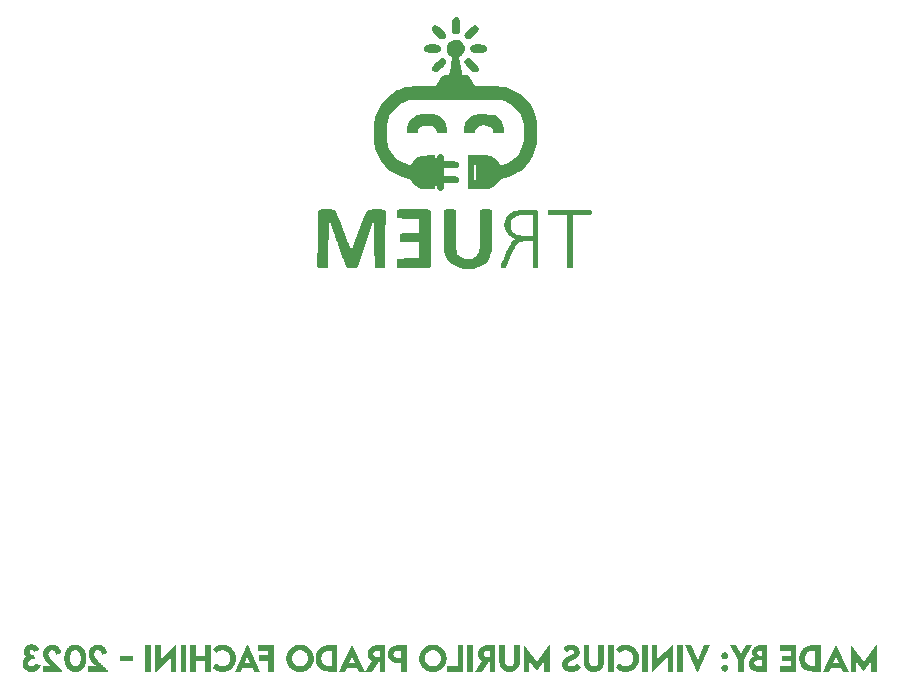
<source format=gbr>
%TF.GenerationSoftware,KiCad,Pcbnew,7.0.7*%
%TF.CreationDate,2024-01-15T16:46:33-03:00*%
%TF.ProjectId,PCB_MAQUEEN_V1,5043425f-4d41-4515-9545-454e5f56312e,rev?*%
%TF.SameCoordinates,Original*%
%TF.FileFunction,Legend,Bot*%
%TF.FilePolarity,Positive*%
%FSLAX46Y46*%
G04 Gerber Fmt 4.6, Leading zero omitted, Abs format (unit mm)*
G04 Created by KiCad (PCBNEW 7.0.7) date 2024-01-15 16:46:33*
%MOMM*%
%LPD*%
G01*
G04 APERTURE LIST*
%ADD10C,0.200000*%
G04 APERTURE END LIST*
D10*
G36*
X214166992Y-116377794D02*
G01*
X215213328Y-117818339D01*
X216260642Y-116377794D01*
X216309002Y-116377794D01*
X216309002Y-118660000D01*
X215834682Y-118660000D01*
X215834682Y-117738227D01*
X215222609Y-118623363D01*
X215203558Y-118623363D01*
X214592951Y-117738715D01*
X214592951Y-118660000D01*
X214118632Y-118660000D01*
X214118632Y-116377794D01*
X214166992Y-116377794D01*
G37*
G36*
X213940334Y-118660000D02*
G01*
X213426936Y-118660000D01*
X213286252Y-118349811D01*
X212425052Y-118349811D01*
X212285345Y-118660000D01*
X211770969Y-118660000D01*
X212107716Y-117940949D01*
X212611165Y-117940949D01*
X213099651Y-117940949D01*
X212854919Y-117408988D01*
X212611165Y-117940949D01*
X212107716Y-117940949D01*
X212839776Y-116377794D01*
X212872993Y-116377794D01*
X213940334Y-118660000D01*
G37*
G36*
X211592184Y-116426643D02*
G01*
X211592184Y-118660000D01*
X210935170Y-118660000D01*
X210868615Y-118658762D01*
X210803699Y-118655069D01*
X210740453Y-118648949D01*
X210678909Y-118640431D01*
X210619098Y-118629544D01*
X210561051Y-118616317D01*
X210504798Y-118600778D01*
X210450371Y-118582956D01*
X210397801Y-118562880D01*
X210347119Y-118540579D01*
X210298356Y-118516082D01*
X210251543Y-118489417D01*
X210206711Y-118460613D01*
X210163891Y-118429699D01*
X210123114Y-118396704D01*
X210084412Y-118361657D01*
X210047814Y-118324586D01*
X210013353Y-118285520D01*
X209981058Y-118244488D01*
X209950962Y-118201519D01*
X209923096Y-118156642D01*
X209897490Y-118109885D01*
X209874175Y-118061277D01*
X209853182Y-118010848D01*
X209834543Y-117958625D01*
X209818289Y-117904638D01*
X209804450Y-117848915D01*
X209793058Y-117791485D01*
X209784143Y-117732378D01*
X209777737Y-117671621D01*
X209773870Y-117609244D01*
X209772575Y-117545275D01*
X209772604Y-117543810D01*
X210250802Y-117543810D01*
X210251545Y-117581155D01*
X210253764Y-117617528D01*
X210257445Y-117652913D01*
X210262571Y-117687299D01*
X210269129Y-117720669D01*
X210277103Y-117753011D01*
X210286478Y-117784310D01*
X210297239Y-117814553D01*
X210309371Y-117843725D01*
X210322858Y-117871813D01*
X210337687Y-117898803D01*
X210353842Y-117924680D01*
X210371308Y-117949431D01*
X210390069Y-117973041D01*
X210410111Y-117995498D01*
X210431420Y-118016786D01*
X210453979Y-118036892D01*
X210477773Y-118055802D01*
X210502789Y-118073502D01*
X210529010Y-118089979D01*
X210556422Y-118105217D01*
X210585009Y-118119203D01*
X210614757Y-118131924D01*
X210645651Y-118143365D01*
X210677675Y-118153512D01*
X210710815Y-118162351D01*
X210745056Y-118169869D01*
X210780382Y-118176051D01*
X210816778Y-118180884D01*
X210854230Y-118184353D01*
X210892722Y-118186445D01*
X210932240Y-118187145D01*
X211119330Y-118187145D01*
X211119330Y-116895101D01*
X210936636Y-116895101D01*
X210896848Y-116895810D01*
X210858094Y-116897926D01*
X210820389Y-116901436D01*
X210783748Y-116906325D01*
X210748186Y-116912578D01*
X210713718Y-116920181D01*
X210680359Y-116929119D01*
X210648124Y-116939377D01*
X210617029Y-116950941D01*
X210587087Y-116963797D01*
X210558315Y-116977929D01*
X210530727Y-116993324D01*
X210504339Y-117009965D01*
X210479164Y-117027840D01*
X210455219Y-117046934D01*
X210432519Y-117067231D01*
X210411077Y-117088717D01*
X210390911Y-117111378D01*
X210372033Y-117135199D01*
X210354460Y-117160166D01*
X210338207Y-117186264D01*
X210323288Y-117213478D01*
X210309718Y-117241794D01*
X210297513Y-117271197D01*
X210286688Y-117301672D01*
X210277258Y-117333206D01*
X210269237Y-117365783D01*
X210262640Y-117399389D01*
X210257484Y-117434009D01*
X210253782Y-117469629D01*
X210251549Y-117506234D01*
X210250802Y-117543810D01*
X209772604Y-117543810D01*
X209773870Y-117480943D01*
X209777737Y-117418209D01*
X209784143Y-117357102D01*
X209793058Y-117297652D01*
X209804450Y-117239888D01*
X209818289Y-117183840D01*
X209834543Y-117129537D01*
X209853182Y-117077008D01*
X209874175Y-117026283D01*
X209897490Y-116977392D01*
X209923096Y-116930363D01*
X209950962Y-116885227D01*
X209981058Y-116842012D01*
X210013353Y-116800748D01*
X210047814Y-116761465D01*
X210084412Y-116724192D01*
X210123114Y-116688958D01*
X210163891Y-116655792D01*
X210206711Y-116624725D01*
X210251543Y-116595786D01*
X210298356Y-116569003D01*
X210347119Y-116544407D01*
X210397801Y-116522027D01*
X210450371Y-116501893D01*
X210504798Y-116484033D01*
X210561051Y-116468477D01*
X210619098Y-116455255D01*
X210678909Y-116444395D01*
X210740453Y-116435929D01*
X210803699Y-116429884D01*
X210868615Y-116426290D01*
X210935170Y-116425177D01*
X211592184Y-116426643D01*
G37*
G36*
X208156664Y-116907801D02*
G01*
X208156664Y-116440321D01*
X209517096Y-116440321D01*
X209517096Y-118660000D01*
X208156664Y-118660000D01*
X208156664Y-118188611D01*
X209042777Y-118188611D01*
X209042777Y-117784633D01*
X208282693Y-117784633D01*
X208282693Y-117311779D01*
X209042777Y-117311779D01*
X209042777Y-116907801D01*
X208156664Y-116907801D01*
G37*
G36*
X207045359Y-118660000D02*
G01*
X206196859Y-118660000D01*
X206154184Y-118658975D01*
X206112807Y-118655949D01*
X206072730Y-118650991D01*
X206033959Y-118644172D01*
X205996496Y-118635563D01*
X205960346Y-118625233D01*
X205925512Y-118613254D01*
X205891998Y-118599694D01*
X205859808Y-118584626D01*
X205828946Y-118568119D01*
X205799415Y-118550244D01*
X205771218Y-118531071D01*
X205744361Y-118510670D01*
X205718846Y-118489112D01*
X205694678Y-118466468D01*
X205671859Y-118442807D01*
X205650395Y-118418200D01*
X205630288Y-118392717D01*
X205611542Y-118366429D01*
X205594161Y-118339407D01*
X205578150Y-118311720D01*
X205563511Y-118283439D01*
X205550248Y-118254635D01*
X205538365Y-118225377D01*
X205527867Y-118195736D01*
X205518755Y-118165784D01*
X205511036Y-118135589D01*
X205504711Y-118105222D01*
X205499786Y-118074754D01*
X205496263Y-118044255D01*
X205494146Y-118013796D01*
X205493440Y-117983447D01*
X205494205Y-117953161D01*
X205957013Y-117953161D01*
X205958638Y-117981497D01*
X205963372Y-118008234D01*
X205971004Y-118033339D01*
X205981323Y-118056781D01*
X205994117Y-118078528D01*
X206009177Y-118098550D01*
X206026290Y-118116814D01*
X206045245Y-118133290D01*
X206065833Y-118147945D01*
X206087840Y-118160748D01*
X206111057Y-118171668D01*
X206135272Y-118180673D01*
X206160274Y-118187732D01*
X206185852Y-118192813D01*
X206211795Y-118195884D01*
X206237892Y-118196915D01*
X206572505Y-118196915D01*
X206572505Y-117722107D01*
X206239357Y-117722107D01*
X206202860Y-117723403D01*
X206169162Y-117727186D01*
X206138204Y-117733300D01*
X206109924Y-117741585D01*
X206084260Y-117751886D01*
X206061150Y-117764044D01*
X206040533Y-117777903D01*
X206022348Y-117793304D01*
X206006532Y-117810090D01*
X205993025Y-117828105D01*
X205981765Y-117847189D01*
X205972690Y-117867187D01*
X205965739Y-117887941D01*
X205960850Y-117909292D01*
X205957962Y-117931085D01*
X205957013Y-117953161D01*
X205494205Y-117953161D01*
X205494265Y-117950798D01*
X205496697Y-117918904D01*
X205500671Y-117887785D01*
X205506122Y-117857464D01*
X205512987Y-117827962D01*
X205521199Y-117799300D01*
X205530696Y-117771501D01*
X205541411Y-117744585D01*
X205553280Y-117718574D01*
X205566239Y-117693490D01*
X205580222Y-117669354D01*
X205595166Y-117646188D01*
X205611005Y-117624014D01*
X205627675Y-117602852D01*
X205645112Y-117582725D01*
X205663250Y-117563654D01*
X205682024Y-117545661D01*
X205701371Y-117528767D01*
X205721226Y-117512994D01*
X205741523Y-117498362D01*
X205762198Y-117484895D01*
X205783187Y-117472613D01*
X205804425Y-117461538D01*
X205825847Y-117451692D01*
X205847388Y-117443096D01*
X205868984Y-117435771D01*
X205890571Y-117429739D01*
X205912083Y-117425023D01*
X205933455Y-117421642D01*
X205954624Y-117419620D01*
X205975524Y-117418977D01*
X205996092Y-117419734D01*
X205969368Y-117417811D01*
X205944788Y-117406518D01*
X205926978Y-117394525D01*
X205908490Y-117379100D01*
X205889716Y-117360363D01*
X205871050Y-117338435D01*
X205852885Y-117313435D01*
X205835616Y-117285485D01*
X205819635Y-117254704D01*
X205805337Y-117221212D01*
X205793115Y-117185131D01*
X205787905Y-117166156D01*
X205783362Y-117146579D01*
X205779534Y-117126414D01*
X205776471Y-117105677D01*
X205775797Y-117099288D01*
X206216887Y-117099288D01*
X206217948Y-117121700D01*
X206221049Y-117143103D01*
X206226064Y-117163434D01*
X206232870Y-117182636D01*
X206241341Y-117200646D01*
X206256899Y-117225298D01*
X206275505Y-117246933D01*
X206296739Y-117265347D01*
X206320180Y-117280339D01*
X206345408Y-117291705D01*
X206372002Y-117299242D01*
X206399544Y-117302748D01*
X206408862Y-117302986D01*
X206572505Y-117302986D01*
X206572505Y-116902428D01*
X206400558Y-116902428D01*
X206373676Y-116904481D01*
X206347692Y-116910507D01*
X206322986Y-116920305D01*
X206299939Y-116933675D01*
X206278934Y-116950416D01*
X206260353Y-116970328D01*
X206244575Y-116993211D01*
X206231984Y-117018863D01*
X206225549Y-117037405D01*
X206220812Y-117057029D01*
X206217887Y-117077676D01*
X206216887Y-117099288D01*
X205775797Y-117099288D01*
X205774223Y-117084382D01*
X205772838Y-117062545D01*
X205772365Y-117040181D01*
X205773116Y-117011814D01*
X205775353Y-116983534D01*
X205779057Y-116955396D01*
X205784204Y-116927451D01*
X205790775Y-116899755D01*
X205798747Y-116872359D01*
X205808099Y-116845317D01*
X205818809Y-116818683D01*
X205830858Y-116792510D01*
X205844222Y-116766851D01*
X205858881Y-116741759D01*
X205874813Y-116717288D01*
X205891997Y-116693491D01*
X205910411Y-116670422D01*
X205930034Y-116648133D01*
X205950846Y-116626678D01*
X205972823Y-116606110D01*
X205995946Y-116586483D01*
X206020192Y-116567850D01*
X206045540Y-116550264D01*
X206071970Y-116533779D01*
X206099458Y-116518447D01*
X206127985Y-116504323D01*
X206157529Y-116491459D01*
X206188067Y-116479909D01*
X206219580Y-116469726D01*
X206252046Y-116460963D01*
X206285442Y-116453674D01*
X206319749Y-116447912D01*
X206354943Y-116443730D01*
X206391005Y-116441182D01*
X206427913Y-116440321D01*
X207045359Y-116440321D01*
X207045359Y-118660000D01*
G37*
G36*
X205058199Y-118660000D02*
G01*
X204586810Y-118660000D01*
X204586810Y-117708918D01*
X203892184Y-116440321D01*
X204430006Y-116440321D01*
X204822260Y-117182819D01*
X205215003Y-116440321D01*
X205751360Y-116440321D01*
X205058199Y-117708918D01*
X205058199Y-118660000D01*
G37*
G36*
X203464759Y-117630272D02*
G01*
X203434922Y-117628702D01*
X203405792Y-117624102D01*
X203377537Y-117616635D01*
X203350323Y-117606466D01*
X203324321Y-117593757D01*
X203299697Y-117578674D01*
X203276621Y-117561380D01*
X203255259Y-117542039D01*
X203235781Y-117520814D01*
X203218355Y-117497870D01*
X203203148Y-117473370D01*
X203190329Y-117447479D01*
X203180066Y-117420359D01*
X203172527Y-117392176D01*
X203167880Y-117363092D01*
X203166294Y-117333272D01*
X203167880Y-117303430D01*
X203172527Y-117274285D01*
X203180066Y-117246005D01*
X203190329Y-117218761D01*
X203203148Y-117192721D01*
X203218355Y-117168056D01*
X203235781Y-117144936D01*
X203255259Y-117123529D01*
X203276621Y-117104005D01*
X203299697Y-117086535D01*
X203324321Y-117071286D01*
X203350323Y-117058430D01*
X203377537Y-117048136D01*
X203405792Y-117040573D01*
X203434922Y-117035911D01*
X203464759Y-117034319D01*
X203494842Y-117035895D01*
X203524167Y-117040513D01*
X203552570Y-117048011D01*
X203579889Y-117058224D01*
X203605959Y-117070991D01*
X203630619Y-117086148D01*
X203653704Y-117103532D01*
X203675052Y-117122979D01*
X203694499Y-117144327D01*
X203711883Y-117167412D01*
X203727040Y-117192072D01*
X203739807Y-117218142D01*
X203750021Y-117245461D01*
X203757518Y-117273864D01*
X203762136Y-117303189D01*
X203763712Y-117333272D01*
X203762136Y-117363334D01*
X203757518Y-117392597D01*
X203750021Y-117420904D01*
X203739807Y-117448097D01*
X203727040Y-117474020D01*
X203711883Y-117498514D01*
X203694499Y-117521423D01*
X203675052Y-117542588D01*
X203653704Y-117561854D01*
X203630619Y-117579061D01*
X203605959Y-117594053D01*
X203579889Y-117606672D01*
X203552570Y-117616761D01*
X203524167Y-117624162D01*
X203494842Y-117628718D01*
X203464759Y-117630272D01*
G37*
G36*
X203464759Y-118660000D02*
G01*
X203434922Y-118658396D01*
X203405792Y-118653700D01*
X203377537Y-118646079D01*
X203350323Y-118635705D01*
X203324321Y-118622746D01*
X203299697Y-118607372D01*
X203276621Y-118589752D01*
X203255259Y-118570057D01*
X203235781Y-118548456D01*
X203218355Y-118525117D01*
X203203148Y-118500212D01*
X203190329Y-118473909D01*
X203180066Y-118446379D01*
X203172527Y-118417790D01*
X203167880Y-118388312D01*
X203166294Y-118358115D01*
X203167896Y-118329122D01*
X203172587Y-118300698D01*
X203180192Y-118273023D01*
X203190535Y-118246275D01*
X203203443Y-118220635D01*
X203218741Y-118196283D01*
X203236255Y-118173397D01*
X203255809Y-118152158D01*
X203277229Y-118132744D01*
X203300341Y-118115337D01*
X203324970Y-118100115D01*
X203350942Y-118087258D01*
X203378081Y-118076945D01*
X203406213Y-118069356D01*
X203435164Y-118064672D01*
X203464759Y-118063070D01*
X203494681Y-118064656D01*
X203523887Y-118069303D01*
X203552207Y-118076842D01*
X203579477Y-118087105D01*
X203605526Y-118099924D01*
X203630189Y-118115131D01*
X203653298Y-118132557D01*
X203674685Y-118152035D01*
X203694184Y-118173397D01*
X203711625Y-118196473D01*
X203726843Y-118221097D01*
X203739669Y-118247099D01*
X203749937Y-118274312D01*
X203757478Y-118302568D01*
X203762126Y-118331698D01*
X203763712Y-118361535D01*
X203762136Y-118391371D01*
X203757518Y-118420501D01*
X203750021Y-118448757D01*
X203739807Y-118475970D01*
X203727040Y-118501973D01*
X203711883Y-118526596D01*
X203694499Y-118549673D01*
X203675052Y-118571034D01*
X203653704Y-118590512D01*
X203630619Y-118607939D01*
X203605959Y-118623145D01*
X203579889Y-118635964D01*
X203552570Y-118646228D01*
X203524167Y-118653767D01*
X203494842Y-118658413D01*
X203464759Y-118660000D01*
G37*
G36*
X200602721Y-116440321D02*
G01*
X201158618Y-117697194D01*
X201713049Y-116440321D01*
X202216678Y-116440321D01*
X201175715Y-118730341D01*
X201138590Y-118730341D01*
X200093719Y-116440321D01*
X200602721Y-116440321D01*
G37*
G36*
X199915422Y-118660000D02*
G01*
X199441102Y-118660000D01*
X199441102Y-116440321D01*
X199915422Y-116440321D01*
X199915422Y-118660000D01*
G37*
G36*
X197763154Y-116409057D02*
G01*
X197763154Y-117626364D01*
X199046894Y-116373886D01*
X199090858Y-116373886D01*
X199090858Y-118660000D01*
X198616538Y-118660000D01*
X198616538Y-117442693D01*
X197329867Y-118691263D01*
X197287369Y-118691263D01*
X197287369Y-116409057D01*
X197763154Y-116409057D01*
G37*
G36*
X196937613Y-118660000D02*
G01*
X196463293Y-118660000D01*
X196463293Y-116440321D01*
X196937613Y-116440321D01*
X196937613Y-118660000D01*
G37*
G36*
X195040334Y-118698101D02*
G01*
X195008924Y-118697669D01*
X194978067Y-118696384D01*
X194947752Y-118694264D01*
X194917968Y-118691325D01*
X194888705Y-118687585D01*
X194859951Y-118683061D01*
X194831697Y-118677770D01*
X194803930Y-118671731D01*
X194776641Y-118664959D01*
X194749818Y-118657473D01*
X194723451Y-118649289D01*
X194697529Y-118640425D01*
X194672041Y-118630898D01*
X194646976Y-118620725D01*
X194622323Y-118609924D01*
X194598072Y-118598511D01*
X194574211Y-118586505D01*
X194550730Y-118573922D01*
X194527619Y-118560780D01*
X194504865Y-118547095D01*
X194482459Y-118532886D01*
X194460390Y-118518169D01*
X194438646Y-118502962D01*
X194417218Y-118487282D01*
X194396093Y-118471146D01*
X194375262Y-118454571D01*
X194354713Y-118437575D01*
X194334435Y-118420175D01*
X194314419Y-118402388D01*
X194294653Y-118384232D01*
X194275125Y-118365724D01*
X194255826Y-118346880D01*
X194528401Y-117963419D01*
X194543273Y-117977786D01*
X194558213Y-117991845D01*
X194573225Y-118005587D01*
X194588313Y-118019002D01*
X194603478Y-118032081D01*
X194618726Y-118044813D01*
X194634058Y-118057189D01*
X194649477Y-118069199D01*
X194680592Y-118092082D01*
X194712096Y-118113385D01*
X194744013Y-118133029D01*
X194776369Y-118150936D01*
X194809189Y-118167029D01*
X194842497Y-118181229D01*
X194876319Y-118193459D01*
X194910680Y-118203639D01*
X194945604Y-118211694D01*
X194981118Y-118217543D01*
X195017246Y-118221110D01*
X195054012Y-118222316D01*
X195085389Y-118221462D01*
X195116736Y-118218926D01*
X195147991Y-118214743D01*
X195179090Y-118208952D01*
X195209970Y-118201589D01*
X195240567Y-118192692D01*
X195270818Y-118182299D01*
X195300659Y-118170445D01*
X195330028Y-118157169D01*
X195358859Y-118142508D01*
X195387092Y-118126499D01*
X195414660Y-118109178D01*
X195441503Y-118090585D01*
X195467555Y-118070754D01*
X195492754Y-118049724D01*
X195517035Y-118027533D01*
X195540337Y-118004216D01*
X195562595Y-117979812D01*
X195583745Y-117954357D01*
X195603725Y-117927889D01*
X195622472Y-117900445D01*
X195639920Y-117872063D01*
X195656008Y-117842778D01*
X195670672Y-117812629D01*
X195683848Y-117781654D01*
X195695473Y-117749888D01*
X195705483Y-117717369D01*
X195713816Y-117684135D01*
X195720407Y-117650222D01*
X195725194Y-117615669D01*
X195728112Y-117580511D01*
X195729099Y-117544787D01*
X195728146Y-117509430D01*
X195725322Y-117474552D01*
X195720686Y-117440197D01*
X195714294Y-117406407D01*
X195706202Y-117373223D01*
X195696468Y-117340687D01*
X195685147Y-117308842D01*
X195672298Y-117277730D01*
X195657975Y-117247393D01*
X195642237Y-117217873D01*
X195625139Y-117189212D01*
X195606739Y-117161452D01*
X195587094Y-117134636D01*
X195566259Y-117108806D01*
X195544292Y-117084003D01*
X195521249Y-117060270D01*
X195497187Y-117037649D01*
X195472163Y-117016182D01*
X195446233Y-116995911D01*
X195419455Y-116976879D01*
X195391884Y-116959127D01*
X195363578Y-116942698D01*
X195334594Y-116927634D01*
X195304987Y-116913976D01*
X195274815Y-116901767D01*
X195244134Y-116891050D01*
X195213002Y-116881866D01*
X195181474Y-116874257D01*
X195149608Y-116868266D01*
X195117461Y-116863934D01*
X195085088Y-116861304D01*
X195052547Y-116860418D01*
X195017783Y-116861433D01*
X194983285Y-116864464D01*
X194949056Y-116869489D01*
X194915099Y-116876485D01*
X194881417Y-116885430D01*
X194848012Y-116896302D01*
X194814888Y-116909079D01*
X194782048Y-116923738D01*
X194749493Y-116940258D01*
X194717228Y-116958616D01*
X194685254Y-116978790D01*
X194653576Y-117000759D01*
X194637848Y-117012408D01*
X194622195Y-117024498D01*
X194606617Y-117037026D01*
X194591115Y-117049988D01*
X194575688Y-117063382D01*
X194560338Y-117077205D01*
X194545064Y-117091454D01*
X194529867Y-117106127D01*
X194255826Y-116735854D01*
X194278636Y-116713909D01*
X194301545Y-116692678D01*
X194324558Y-116672158D01*
X194347675Y-116652348D01*
X194370901Y-116633246D01*
X194394237Y-116614849D01*
X194417687Y-116597156D01*
X194441253Y-116580165D01*
X194464937Y-116563873D01*
X194488743Y-116548280D01*
X194512673Y-116533382D01*
X194536731Y-116519179D01*
X194560917Y-116505667D01*
X194585236Y-116492845D01*
X194609690Y-116480711D01*
X194634281Y-116469263D01*
X194659012Y-116458500D01*
X194683887Y-116448418D01*
X194708907Y-116439016D01*
X194734075Y-116430293D01*
X194759394Y-116422246D01*
X194784867Y-116414873D01*
X194810496Y-116408173D01*
X194836285Y-116402142D01*
X194862235Y-116396780D01*
X194888349Y-116392085D01*
X194914631Y-116388053D01*
X194941082Y-116384685D01*
X194967706Y-116381976D01*
X194994505Y-116379926D01*
X195021482Y-116378533D01*
X195048639Y-116377794D01*
X195107151Y-116379351D01*
X195165030Y-116383966D01*
X195222196Y-116391557D01*
X195278569Y-116402045D01*
X195334068Y-116415347D01*
X195388613Y-116431382D01*
X195442123Y-116450068D01*
X195494519Y-116471324D01*
X195545720Y-116495069D01*
X195595646Y-116521221D01*
X195644216Y-116549700D01*
X195691350Y-116580422D01*
X195736968Y-116613308D01*
X195780990Y-116648276D01*
X195823334Y-116685244D01*
X195863921Y-116724131D01*
X195902671Y-116764855D01*
X195939503Y-116807336D01*
X195974336Y-116851491D01*
X196007092Y-116897240D01*
X196037688Y-116944500D01*
X196066045Y-116993192D01*
X196092083Y-117043232D01*
X196115720Y-117094540D01*
X196136878Y-117147035D01*
X196155476Y-117200634D01*
X196171432Y-117255258D01*
X196184668Y-117310823D01*
X196195102Y-117367249D01*
X196202654Y-117424455D01*
X196207244Y-117482358D01*
X196208792Y-117540879D01*
X196207263Y-117599167D01*
X196202727Y-117656834D01*
X196195258Y-117713799D01*
X196184932Y-117769981D01*
X196171823Y-117825300D01*
X196156007Y-117879675D01*
X196137558Y-117933026D01*
X196116552Y-117985271D01*
X196093064Y-118036331D01*
X196067169Y-118086124D01*
X196038941Y-118134571D01*
X196008457Y-118181590D01*
X195975790Y-118227101D01*
X195941016Y-118271023D01*
X195904211Y-118313277D01*
X195865448Y-118353780D01*
X195824803Y-118392453D01*
X195782352Y-118429215D01*
X195738168Y-118463986D01*
X195692328Y-118496684D01*
X195644907Y-118527230D01*
X195595978Y-118555542D01*
X195545618Y-118581540D01*
X195493901Y-118605144D01*
X195440903Y-118626273D01*
X195386698Y-118644846D01*
X195331362Y-118660783D01*
X195274969Y-118674002D01*
X195217595Y-118684425D01*
X195159314Y-118691969D01*
X195100202Y-118696555D01*
X195040334Y-118698101D01*
G37*
G36*
X194043824Y-118660000D02*
G01*
X193569504Y-118660000D01*
X193569504Y-116440321D01*
X194043824Y-116440321D01*
X194043824Y-118660000D01*
G37*
G36*
X192372226Y-118702498D02*
G01*
X192327923Y-118701413D01*
X192284173Y-118698190D01*
X192241029Y-118692872D01*
X192198549Y-118685505D01*
X192156788Y-118676133D01*
X192115803Y-118664801D01*
X192075650Y-118651555D01*
X192036384Y-118636438D01*
X191998062Y-118619495D01*
X191960740Y-118600773D01*
X191924474Y-118580314D01*
X191889320Y-118558165D01*
X191855334Y-118534369D01*
X191822573Y-118508972D01*
X191791092Y-118482018D01*
X191760947Y-118453553D01*
X191732194Y-118423621D01*
X191704891Y-118392267D01*
X191679091Y-118359536D01*
X191654853Y-118325472D01*
X191632231Y-118290120D01*
X191611282Y-118253526D01*
X191592062Y-118215733D01*
X191574628Y-118176788D01*
X191559034Y-118136734D01*
X191545338Y-118095616D01*
X191533594Y-118053480D01*
X191523860Y-118010370D01*
X191516192Y-117966330D01*
X191510645Y-117921407D01*
X191507276Y-117875643D01*
X191506140Y-117829085D01*
X191506140Y-116440321D01*
X191983391Y-116440321D01*
X191983391Y-117827620D01*
X191983921Y-117848952D01*
X191985493Y-117869887D01*
X191988078Y-117890409D01*
X191991647Y-117910496D01*
X191996170Y-117930133D01*
X192001619Y-117949299D01*
X192007966Y-117967977D01*
X192015181Y-117986149D01*
X192032099Y-118020897D01*
X192052144Y-118053398D01*
X192075084Y-118083502D01*
X192100689Y-118111064D01*
X192128726Y-118135935D01*
X192158964Y-118157968D01*
X192191174Y-118177016D01*
X192225123Y-118192931D01*
X192260580Y-118205566D01*
X192297315Y-118214773D01*
X192335095Y-118220406D01*
X192373691Y-118222316D01*
X192412173Y-118220417D01*
X192449801Y-118214813D01*
X192486350Y-118205650D01*
X192521595Y-118193068D01*
X192555312Y-118177212D01*
X192587276Y-118158225D01*
X192617262Y-118136250D01*
X192645045Y-118111430D01*
X192670401Y-118083908D01*
X192693105Y-118053827D01*
X192712933Y-118021330D01*
X192729660Y-117986561D01*
X192736790Y-117968369D01*
X192743060Y-117949662D01*
X192748443Y-117930459D01*
X192752911Y-117910777D01*
X192756434Y-117890634D01*
X192758985Y-117870048D01*
X192760537Y-117849038D01*
X192761060Y-117827620D01*
X192761060Y-116440321D01*
X193238311Y-116440321D01*
X193238311Y-117829085D01*
X193237175Y-117875643D01*
X193233806Y-117921407D01*
X193228259Y-117966330D01*
X193220591Y-118010370D01*
X193210857Y-118053480D01*
X193199114Y-118095616D01*
X193185417Y-118136734D01*
X193169824Y-118176788D01*
X193152389Y-118215733D01*
X193133169Y-118253526D01*
X193112220Y-118290120D01*
X193089598Y-118325472D01*
X193065360Y-118359536D01*
X193039561Y-118392267D01*
X193012257Y-118423621D01*
X192983504Y-118453553D01*
X192953360Y-118482018D01*
X192921878Y-118508972D01*
X192889117Y-118534369D01*
X192855131Y-118558165D01*
X192819977Y-118580314D01*
X192783711Y-118600773D01*
X192746389Y-118619495D01*
X192708067Y-118636438D01*
X192668801Y-118651555D01*
X192628648Y-118664801D01*
X192587663Y-118676133D01*
X192545902Y-118685505D01*
X192503422Y-118692872D01*
X192460279Y-118698190D01*
X192416528Y-118701413D01*
X192372226Y-118702498D01*
G37*
G36*
X190499371Y-118699567D02*
G01*
X190455043Y-118698799D01*
X190411567Y-118696510D01*
X190368979Y-118692721D01*
X190327317Y-118687454D01*
X190286615Y-118680730D01*
X190246912Y-118672570D01*
X190208242Y-118662997D01*
X190170643Y-118652031D01*
X190134152Y-118639694D01*
X190098803Y-118626008D01*
X190064634Y-118610993D01*
X190031682Y-118594672D01*
X189999982Y-118577066D01*
X189969571Y-118558196D01*
X189940485Y-118538084D01*
X189912761Y-118516751D01*
X189886436Y-118494219D01*
X189861544Y-118470509D01*
X189838124Y-118445643D01*
X189816212Y-118419642D01*
X189795843Y-118392527D01*
X189777054Y-118364321D01*
X189759882Y-118335044D01*
X189744363Y-118304718D01*
X189730534Y-118273364D01*
X189718430Y-118241005D01*
X189708089Y-118207661D01*
X189699546Y-118173353D01*
X189692838Y-118138104D01*
X189688002Y-118101935D01*
X189685073Y-118064867D01*
X189684089Y-118026922D01*
X189684780Y-117994991D01*
X189686839Y-117963937D01*
X189690247Y-117933735D01*
X189694984Y-117904361D01*
X189701031Y-117875789D01*
X189708368Y-117847994D01*
X189716974Y-117820953D01*
X189726831Y-117794639D01*
X189737919Y-117769030D01*
X189750218Y-117744098D01*
X189763708Y-117719821D01*
X189778370Y-117696172D01*
X189794184Y-117673128D01*
X189811131Y-117650664D01*
X189829190Y-117628754D01*
X189848342Y-117607374D01*
X189868568Y-117586499D01*
X189889847Y-117566105D01*
X189912160Y-117546166D01*
X189935487Y-117526658D01*
X189959809Y-117507557D01*
X189985106Y-117488836D01*
X190011358Y-117470472D01*
X190038546Y-117452440D01*
X190066650Y-117434715D01*
X190095650Y-117417272D01*
X190125526Y-117400086D01*
X190156260Y-117383133D01*
X190187830Y-117366388D01*
X190220219Y-117349826D01*
X190253405Y-117333422D01*
X190287369Y-117317152D01*
X190310939Y-117306243D01*
X190333923Y-117295752D01*
X190356310Y-117285651D01*
X190378091Y-117275913D01*
X190399253Y-117266511D01*
X190419787Y-117257415D01*
X190439681Y-117248598D01*
X190458926Y-117240033D01*
X190477511Y-117231690D01*
X190495424Y-117223543D01*
X190529195Y-117207724D01*
X190560153Y-117192351D01*
X190588215Y-117177201D01*
X190613294Y-117162051D01*
X190635305Y-117146678D01*
X190654164Y-117130859D01*
X190669784Y-117114370D01*
X190682082Y-117096987D01*
X190690971Y-117078489D01*
X190696367Y-117058651D01*
X190698185Y-117037250D01*
X190696879Y-117017695D01*
X190690172Y-116989379D01*
X190682677Y-116971328D01*
X190672875Y-116954056D01*
X190660863Y-116937664D01*
X190646737Y-116922256D01*
X190630595Y-116907931D01*
X190612533Y-116894792D01*
X190592647Y-116882940D01*
X190571034Y-116872477D01*
X190547791Y-116863505D01*
X190523014Y-116856124D01*
X190496800Y-116850438D01*
X190469245Y-116846547D01*
X190440446Y-116844552D01*
X190425610Y-116844298D01*
X190403107Y-116844887D01*
X190380706Y-116846695D01*
X190358473Y-116849785D01*
X190336477Y-116854221D01*
X190314784Y-116860064D01*
X190293461Y-116867379D01*
X190272577Y-116876228D01*
X190252198Y-116886674D01*
X190232391Y-116898781D01*
X190213224Y-116912610D01*
X190194764Y-116928225D01*
X190177078Y-116945689D01*
X190160233Y-116965066D01*
X190144298Y-116986417D01*
X190129338Y-117009806D01*
X190115422Y-117035296D01*
X189763712Y-116790565D01*
X189774134Y-116764410D01*
X189785422Y-116739159D01*
X189797557Y-116714805D01*
X189810519Y-116691344D01*
X189824289Y-116668772D01*
X189838850Y-116647083D01*
X189854180Y-116626273D01*
X189870263Y-116606337D01*
X189887078Y-116587271D01*
X189904607Y-116569069D01*
X189922831Y-116551727D01*
X189941731Y-116535240D01*
X189961287Y-116519604D01*
X189981482Y-116504814D01*
X190002295Y-116490864D01*
X190023709Y-116477751D01*
X190045703Y-116465469D01*
X190068259Y-116454014D01*
X190091359Y-116443381D01*
X190114983Y-116433565D01*
X190139112Y-116424561D01*
X190163727Y-116416366D01*
X190188809Y-116408973D01*
X190214340Y-116402379D01*
X190240300Y-116396578D01*
X190266671Y-116391566D01*
X190293432Y-116387338D01*
X190320567Y-116383890D01*
X190348054Y-116381216D01*
X190375877Y-116379312D01*
X190404014Y-116378173D01*
X190432449Y-116377794D01*
X190470639Y-116378550D01*
X190508332Y-116380802D01*
X190545483Y-116384527D01*
X190582043Y-116389699D01*
X190617966Y-116396297D01*
X190653204Y-116404295D01*
X190687712Y-116413670D01*
X190721442Y-116424399D01*
X190754346Y-116436457D01*
X190786379Y-116449821D01*
X190817492Y-116464467D01*
X190847640Y-116480371D01*
X190876775Y-116497509D01*
X190904850Y-116515858D01*
X190931818Y-116535393D01*
X190957632Y-116556092D01*
X190982246Y-116577929D01*
X191005612Y-116600882D01*
X191027683Y-116624927D01*
X191048413Y-116650039D01*
X191067754Y-116676196D01*
X191085660Y-116703372D01*
X191102084Y-116731545D01*
X191116978Y-116760691D01*
X191130295Y-116790785D01*
X191141990Y-116821805D01*
X191152014Y-116853725D01*
X191160320Y-116886524D01*
X191166863Y-116920175D01*
X191171594Y-116954657D01*
X191174467Y-116989945D01*
X191175436Y-117026015D01*
X191174622Y-117059170D01*
X191172221Y-117091066D01*
X191168288Y-117121740D01*
X191162883Y-117151230D01*
X191156062Y-117179574D01*
X191147882Y-117206808D01*
X191138402Y-117232971D01*
X191127679Y-117258099D01*
X191115769Y-117282231D01*
X191102732Y-117305403D01*
X191088624Y-117327653D01*
X191073503Y-117349019D01*
X191057427Y-117369539D01*
X191040452Y-117389248D01*
X191022637Y-117408186D01*
X191004038Y-117426390D01*
X190984714Y-117443897D01*
X190964722Y-117460744D01*
X190944120Y-117476969D01*
X190922964Y-117492609D01*
X190901313Y-117507703D01*
X190879224Y-117522287D01*
X190856754Y-117536399D01*
X190833961Y-117550076D01*
X190810903Y-117563356D01*
X190787637Y-117576277D01*
X190764221Y-117588875D01*
X190740711Y-117601189D01*
X190717166Y-117613255D01*
X190693643Y-117625112D01*
X190670200Y-117636796D01*
X190646894Y-117648346D01*
X190625171Y-117659130D01*
X190603359Y-117669961D01*
X190581509Y-117680842D01*
X190559672Y-117691779D01*
X190537899Y-117702774D01*
X190516241Y-117713832D01*
X190494749Y-117724956D01*
X190473474Y-117736151D01*
X190452468Y-117747420D01*
X190431781Y-117758768D01*
X190411465Y-117770198D01*
X190391570Y-117781714D01*
X190372148Y-117793320D01*
X190353249Y-117805020D01*
X190334925Y-117816819D01*
X190317227Y-117828719D01*
X190300206Y-117840725D01*
X190283913Y-117852841D01*
X190268399Y-117865071D01*
X190239913Y-117889888D01*
X190215156Y-117915207D01*
X190194536Y-117941060D01*
X190178463Y-117967478D01*
X190167344Y-117994493D01*
X190161589Y-118022136D01*
X190160851Y-118036203D01*
X190162338Y-118056164D01*
X190166748Y-118075336D01*
X190174005Y-118093648D01*
X190184031Y-118111033D01*
X190196751Y-118127422D01*
X190212087Y-118142747D01*
X190229964Y-118156937D01*
X190250305Y-118169926D01*
X190273032Y-118181644D01*
X190298070Y-118192023D01*
X190325343Y-118200993D01*
X190354772Y-118208486D01*
X190386282Y-118214434D01*
X190419797Y-118218767D01*
X190455239Y-118221418D01*
X190492533Y-118222316D01*
X190526822Y-118221519D01*
X190559918Y-118219096D01*
X190591854Y-118215004D01*
X190622661Y-118209196D01*
X190652372Y-118201628D01*
X190681018Y-118192254D01*
X190708634Y-118181031D01*
X190735249Y-118167911D01*
X190760897Y-118152851D01*
X190785610Y-118135806D01*
X190809419Y-118116729D01*
X190832358Y-118095577D01*
X190854459Y-118072304D01*
X190875753Y-118046865D01*
X190896272Y-118019215D01*
X190916050Y-117989309D01*
X191295115Y-118255045D01*
X191280072Y-118281806D01*
X191264346Y-118307774D01*
X191247944Y-118332944D01*
X191230869Y-118357313D01*
X191213127Y-118380878D01*
X191194722Y-118403634D01*
X191175658Y-118425578D01*
X191155942Y-118446707D01*
X191135577Y-118467016D01*
X191114569Y-118486503D01*
X191092923Y-118505162D01*
X191070642Y-118522992D01*
X191047733Y-118539987D01*
X191024199Y-118556145D01*
X191000046Y-118571461D01*
X190975279Y-118585933D01*
X190949902Y-118599556D01*
X190923920Y-118612326D01*
X190897338Y-118624241D01*
X190870161Y-118635296D01*
X190842393Y-118645487D01*
X190814040Y-118654812D01*
X190785107Y-118663266D01*
X190755597Y-118670845D01*
X190725517Y-118677547D01*
X190694870Y-118683367D01*
X190663662Y-118688302D01*
X190631898Y-118692347D01*
X190599582Y-118695500D01*
X190566719Y-118697757D01*
X190533314Y-118699114D01*
X190499371Y-118699567D01*
G37*
G36*
X186487438Y-116377794D02*
G01*
X187533775Y-117818339D01*
X188581088Y-116377794D01*
X188629448Y-116377794D01*
X188629448Y-118660000D01*
X188155129Y-118660000D01*
X188155129Y-117738227D01*
X187543056Y-118623363D01*
X187524005Y-118623363D01*
X186913398Y-117738715D01*
X186913398Y-118660000D01*
X186439078Y-118660000D01*
X186439078Y-116377794D01*
X186487438Y-116377794D01*
G37*
G36*
X185242288Y-118702498D02*
G01*
X185197986Y-118701413D01*
X185154235Y-118698190D01*
X185111092Y-118692872D01*
X185068612Y-118685505D01*
X185026851Y-118676133D01*
X184985866Y-118664801D01*
X184945713Y-118651555D01*
X184906447Y-118636438D01*
X184868125Y-118619495D01*
X184830803Y-118600773D01*
X184794537Y-118580314D01*
X184759383Y-118558165D01*
X184725397Y-118534369D01*
X184692636Y-118508972D01*
X184661154Y-118482018D01*
X184631010Y-118453553D01*
X184602257Y-118423621D01*
X184574953Y-118392267D01*
X184549154Y-118359536D01*
X184524916Y-118325472D01*
X184502294Y-118290120D01*
X184481345Y-118253526D01*
X184462125Y-118215733D01*
X184444690Y-118176788D01*
X184429097Y-118136734D01*
X184415400Y-118095616D01*
X184403657Y-118053480D01*
X184393923Y-118010370D01*
X184386255Y-117966330D01*
X184380708Y-117921407D01*
X184377339Y-117875643D01*
X184376203Y-117829085D01*
X184376203Y-116440321D01*
X184853454Y-116440321D01*
X184853454Y-117827620D01*
X184853984Y-117848952D01*
X184855556Y-117869887D01*
X184858141Y-117890409D01*
X184861709Y-117910496D01*
X184866233Y-117930133D01*
X184871682Y-117949299D01*
X184878029Y-117967977D01*
X184885244Y-117986149D01*
X184902162Y-118020897D01*
X184922207Y-118053398D01*
X184945147Y-118083502D01*
X184970751Y-118111064D01*
X184998788Y-118135935D01*
X185029027Y-118157968D01*
X185061237Y-118177016D01*
X185095186Y-118192931D01*
X185130643Y-118205566D01*
X185167377Y-118214773D01*
X185205158Y-118220406D01*
X185243754Y-118222316D01*
X185282236Y-118220417D01*
X185319864Y-118214813D01*
X185356413Y-118205650D01*
X185391658Y-118193068D01*
X185425375Y-118177212D01*
X185457339Y-118158225D01*
X185487324Y-118136250D01*
X185515108Y-118111430D01*
X185540464Y-118083908D01*
X185563168Y-118053827D01*
X185582996Y-118021330D01*
X185599723Y-117986561D01*
X185606853Y-117968369D01*
X185613123Y-117949662D01*
X185618506Y-117930459D01*
X185622973Y-117910777D01*
X185626497Y-117890634D01*
X185629048Y-117870048D01*
X185630600Y-117849038D01*
X185631123Y-117827620D01*
X185631123Y-116440321D01*
X186108374Y-116440321D01*
X186108374Y-117829085D01*
X186107238Y-117875643D01*
X186103869Y-117921407D01*
X186098322Y-117966330D01*
X186090654Y-118010370D01*
X186080920Y-118053480D01*
X186069176Y-118095616D01*
X186055480Y-118136734D01*
X186039886Y-118176788D01*
X186022452Y-118215733D01*
X186003232Y-118253526D01*
X185982283Y-118290120D01*
X185959661Y-118325472D01*
X185935423Y-118359536D01*
X185909623Y-118392267D01*
X185882320Y-118423621D01*
X185853567Y-118453553D01*
X185823422Y-118482018D01*
X185791941Y-118508972D01*
X185759180Y-118534369D01*
X185725194Y-118558165D01*
X185690040Y-118580314D01*
X185653774Y-118600773D01*
X185616452Y-118619495D01*
X185578130Y-118636438D01*
X185538864Y-118651555D01*
X185498711Y-118664801D01*
X185457726Y-118676133D01*
X185415965Y-118685505D01*
X185373485Y-118692872D01*
X185330341Y-118698190D01*
X185286591Y-118701413D01*
X185242288Y-118702498D01*
G37*
G36*
X184044033Y-118660000D02*
G01*
X183569713Y-118660000D01*
X183569713Y-117662512D01*
X182892184Y-118660000D01*
X182311863Y-118660000D01*
X182943963Y-117783656D01*
X182923352Y-117775908D01*
X182903026Y-117767153D01*
X182883008Y-117757418D01*
X182863324Y-117746729D01*
X182843997Y-117735112D01*
X182825052Y-117722593D01*
X182806513Y-117709200D01*
X182788403Y-117694958D01*
X182770749Y-117679894D01*
X182753572Y-117664034D01*
X182736899Y-117647405D01*
X182720753Y-117630032D01*
X182705158Y-117611943D01*
X182690139Y-117593164D01*
X182675719Y-117573721D01*
X182661924Y-117553640D01*
X182648777Y-117532949D01*
X182636302Y-117511673D01*
X182624524Y-117489838D01*
X182613467Y-117467471D01*
X182603156Y-117444599D01*
X182593614Y-117421248D01*
X182584865Y-117397444D01*
X182576935Y-117373214D01*
X182569847Y-117348583D01*
X182563625Y-117323579D01*
X182558294Y-117298228D01*
X182553878Y-117272556D01*
X182550401Y-117246590D01*
X182547887Y-117220355D01*
X182546361Y-117193879D01*
X182545903Y-117170118D01*
X183033845Y-117170118D01*
X183035273Y-117197600D01*
X183039458Y-117224100D01*
X183046248Y-117249506D01*
X183055491Y-117273708D01*
X183067034Y-117296593D01*
X183080728Y-117318049D01*
X183096419Y-117337966D01*
X183113956Y-117356231D01*
X183133188Y-117372733D01*
X183153962Y-117387361D01*
X183176128Y-117400002D01*
X183199533Y-117410545D01*
X183224025Y-117418878D01*
X183249454Y-117424890D01*
X183275666Y-117428469D01*
X183302512Y-117429504D01*
X183571179Y-117428039D01*
X183571179Y-116910732D01*
X183302512Y-116910732D01*
X183275908Y-116912008D01*
X183249875Y-116915767D01*
X183224570Y-116921902D01*
X183200151Y-116930310D01*
X183176777Y-116940884D01*
X183154606Y-116953520D01*
X183133797Y-116968112D01*
X183114506Y-116984555D01*
X183096892Y-117002744D01*
X183081114Y-117022574D01*
X183067330Y-117043939D01*
X183055697Y-117066735D01*
X183046374Y-117090856D01*
X183039518Y-117116197D01*
X183035289Y-117142653D01*
X183033845Y-117170118D01*
X182545903Y-117170118D01*
X182545847Y-117167187D01*
X182546855Y-117129860D01*
X182549844Y-117093014D01*
X182554765Y-117056696D01*
X182561566Y-117020951D01*
X182570197Y-116985825D01*
X182580607Y-116951366D01*
X182592747Y-116917618D01*
X182606565Y-116884629D01*
X182622010Y-116852444D01*
X182639034Y-116821109D01*
X182657583Y-116790671D01*
X182677610Y-116761175D01*
X182699062Y-116732669D01*
X182721889Y-116705198D01*
X182746041Y-116678807D01*
X182771467Y-116653545D01*
X182798116Y-116629455D01*
X182825939Y-116606585D01*
X182854884Y-116584982D01*
X182884901Y-116564690D01*
X182915940Y-116545756D01*
X182947949Y-116528226D01*
X182980879Y-116512147D01*
X183014679Y-116497565D01*
X183049298Y-116484525D01*
X183084686Y-116473074D01*
X183120792Y-116463259D01*
X183157566Y-116455124D01*
X183194957Y-116448717D01*
X183232915Y-116444083D01*
X183271388Y-116441269D01*
X183310327Y-116440321D01*
X184045498Y-116440321D01*
X184044033Y-118660000D01*
G37*
G36*
X182148220Y-118660000D02*
G01*
X181673900Y-118660000D01*
X181673900Y-116440321D01*
X182148220Y-116440321D01*
X182148220Y-118660000D01*
G37*
G36*
X180849337Y-118188611D02*
G01*
X180849337Y-116440321D01*
X181323656Y-116440321D01*
X181323656Y-118660000D01*
X179963224Y-118660000D01*
X179963224Y-118188611D01*
X180849337Y-118188611D01*
G37*
G36*
X178808669Y-116379324D02*
G01*
X178867274Y-116383864D01*
X178925074Y-116391338D01*
X178981994Y-116401671D01*
X179037959Y-116414786D01*
X179092892Y-116430609D01*
X179146718Y-116449063D01*
X179199362Y-116470072D01*
X179250746Y-116493562D01*
X179300796Y-116519456D01*
X179349437Y-116547679D01*
X179396591Y-116578156D01*
X179442183Y-116610809D01*
X179486138Y-116645564D01*
X179528380Y-116682346D01*
X179568832Y-116721078D01*
X179607420Y-116761684D01*
X179644068Y-116804090D01*
X179678699Y-116848219D01*
X179711238Y-116893996D01*
X179741610Y-116941345D01*
X179769738Y-116990190D01*
X179795546Y-117040456D01*
X179818960Y-117092067D01*
X179839903Y-117144948D01*
X179858299Y-117199022D01*
X179874073Y-117254214D01*
X179887149Y-117310449D01*
X179897450Y-117367650D01*
X179904903Y-117425743D01*
X179909430Y-117484651D01*
X179910956Y-117544298D01*
X179909430Y-117603449D01*
X179904903Y-117661875D01*
X179897452Y-117719499D01*
X179887151Y-117776248D01*
X179874078Y-117832044D01*
X179858309Y-117886813D01*
X179839918Y-117940478D01*
X179818983Y-117992965D01*
X179795579Y-118044197D01*
X179769782Y-118094099D01*
X179741669Y-118142596D01*
X179711316Y-118189612D01*
X179678797Y-118235071D01*
X179644191Y-118278897D01*
X179607571Y-118321016D01*
X179569016Y-118361352D01*
X179528599Y-118399828D01*
X179486399Y-118436370D01*
X179442490Y-118470901D01*
X179396948Y-118503347D01*
X179349851Y-118533632D01*
X179301273Y-118561679D01*
X179251290Y-118587415D01*
X179199980Y-118610762D01*
X179147417Y-118631645D01*
X179093678Y-118649989D01*
X179038839Y-118665719D01*
X178982976Y-118678758D01*
X178926164Y-118689031D01*
X178868481Y-118696462D01*
X178810002Y-118700976D01*
X178750802Y-118702498D01*
X178691333Y-118700976D01*
X178632596Y-118696462D01*
X178574666Y-118689031D01*
X178517619Y-118678758D01*
X178461530Y-118665719D01*
X178406477Y-118649989D01*
X178352534Y-118631645D01*
X178299777Y-118610762D01*
X178248283Y-118587415D01*
X178198126Y-118561679D01*
X178149384Y-118533632D01*
X178102131Y-118503347D01*
X178056444Y-118470901D01*
X178012399Y-118436370D01*
X177970070Y-118399828D01*
X177929535Y-118361352D01*
X177890869Y-118321016D01*
X177854148Y-118278897D01*
X177819448Y-118235071D01*
X177786844Y-118189612D01*
X177756413Y-118142596D01*
X177728230Y-118094099D01*
X177702371Y-118044197D01*
X177678912Y-117992965D01*
X177657929Y-117940478D01*
X177639497Y-117886813D01*
X177623693Y-117832044D01*
X177610592Y-117776248D01*
X177600271Y-117719499D01*
X177592805Y-117661875D01*
X177588269Y-117603449D01*
X177586741Y-117544298D01*
X177586816Y-117541367D01*
X178066434Y-117541367D01*
X178067321Y-117576500D01*
X178069955Y-117611161D01*
X178074293Y-117645308D01*
X178080292Y-117678899D01*
X178087911Y-117711892D01*
X178097107Y-117744244D01*
X178107838Y-117775914D01*
X178120060Y-117806859D01*
X178133732Y-117837037D01*
X178148812Y-117866406D01*
X178165256Y-117894923D01*
X178183023Y-117922546D01*
X178202070Y-117949234D01*
X178222355Y-117974943D01*
X178243835Y-117999632D01*
X178266468Y-118023258D01*
X178290212Y-118045780D01*
X178315024Y-118067154D01*
X178340861Y-118087340D01*
X178367682Y-118106293D01*
X178395444Y-118123973D01*
X178424105Y-118140338D01*
X178453621Y-118155344D01*
X178483951Y-118168949D01*
X178515053Y-118181112D01*
X178546884Y-118191791D01*
X178579401Y-118200942D01*
X178612562Y-118208524D01*
X178646326Y-118214495D01*
X178680648Y-118218812D01*
X178715488Y-118221433D01*
X178750802Y-118222316D01*
X178785979Y-118221433D01*
X178820681Y-118218812D01*
X178854867Y-118214495D01*
X178888495Y-118208524D01*
X178921522Y-118200942D01*
X178953906Y-118191791D01*
X178985605Y-118181112D01*
X179016576Y-118168949D01*
X179046779Y-118155344D01*
X179076170Y-118140338D01*
X179104708Y-118123973D01*
X179132350Y-118106293D01*
X179159055Y-118087340D01*
X179184779Y-118067154D01*
X179209482Y-118045780D01*
X179233121Y-118023258D01*
X179255653Y-117999632D01*
X179277037Y-117974943D01*
X179297230Y-117949234D01*
X179316191Y-117922546D01*
X179333877Y-117894923D01*
X179350246Y-117866406D01*
X179365256Y-117837037D01*
X179378865Y-117806859D01*
X179391031Y-117775914D01*
X179401711Y-117744244D01*
X179410863Y-117711892D01*
X179418447Y-117678899D01*
X179424418Y-117645308D01*
X179428735Y-117611161D01*
X179431356Y-117576500D01*
X179432240Y-117541367D01*
X179431356Y-117506009D01*
X179428735Y-117471128D01*
X179424418Y-117436766D01*
X179418447Y-117402966D01*
X179410863Y-117369771D01*
X179401711Y-117337223D01*
X179391031Y-117305363D01*
X179378865Y-117274234D01*
X179365256Y-117243879D01*
X179350246Y-117214340D01*
X179333877Y-117185659D01*
X179316191Y-117157878D01*
X179297230Y-117131040D01*
X179277037Y-117105188D01*
X179255653Y-117080362D01*
X179233121Y-117056606D01*
X179209482Y-117033962D01*
X179184779Y-117012473D01*
X179159055Y-116992180D01*
X179132350Y-116973126D01*
X179104708Y-116955353D01*
X179076170Y-116938904D01*
X179046779Y-116923820D01*
X179016576Y-116910145D01*
X178985605Y-116897920D01*
X178953906Y-116887187D01*
X178921522Y-116877990D01*
X178888495Y-116870370D01*
X178854867Y-116864370D01*
X178820681Y-116860032D01*
X178785979Y-116857398D01*
X178750802Y-116856510D01*
X178715488Y-116857398D01*
X178680648Y-116860032D01*
X178646326Y-116864370D01*
X178612562Y-116870370D01*
X178579401Y-116877990D01*
X178546884Y-116887187D01*
X178515053Y-116897920D01*
X178483951Y-116910145D01*
X178453621Y-116923820D01*
X178424105Y-116938904D01*
X178395444Y-116955353D01*
X178367682Y-116973126D01*
X178340861Y-116992180D01*
X178315024Y-117012473D01*
X178290212Y-117033962D01*
X178266468Y-117056606D01*
X178243835Y-117080362D01*
X178222355Y-117105188D01*
X178202070Y-117131040D01*
X178183023Y-117157878D01*
X178165256Y-117185659D01*
X178148812Y-117214340D01*
X178133732Y-117243879D01*
X178120060Y-117274234D01*
X178107838Y-117305363D01*
X178097107Y-117337223D01*
X178087911Y-117369771D01*
X178080292Y-117402966D01*
X178074293Y-117436766D01*
X178069955Y-117471128D01*
X178067321Y-117506009D01*
X178066434Y-117541367D01*
X177586816Y-117541367D01*
X177588269Y-117484651D01*
X177592804Y-117425743D01*
X177600270Y-117367650D01*
X177610590Y-117310449D01*
X177623687Y-117254214D01*
X177639487Y-117199022D01*
X177657913Y-117144948D01*
X177678889Y-117092067D01*
X177702338Y-117040456D01*
X177728185Y-116990190D01*
X177756353Y-116941345D01*
X177786767Y-116893996D01*
X177819350Y-116848219D01*
X177854026Y-116804090D01*
X177890719Y-116761684D01*
X177929352Y-116721078D01*
X177969851Y-116682346D01*
X178012138Y-116645564D01*
X178056137Y-116610809D01*
X178101773Y-116578156D01*
X178148970Y-116547679D01*
X178197650Y-116519456D01*
X178247738Y-116493562D01*
X178299159Y-116470072D01*
X178351835Y-116449063D01*
X178405691Y-116430609D01*
X178460650Y-116414786D01*
X178516637Y-116401671D01*
X178573575Y-116391338D01*
X178631389Y-116383864D01*
X178690001Y-116379324D01*
X178749337Y-116377794D01*
X178808669Y-116379324D01*
G37*
G36*
X176513049Y-118660000D02*
G01*
X176038729Y-118660000D01*
X176038729Y-117941926D01*
X175723656Y-117941926D01*
X175683266Y-117940931D01*
X175643371Y-117937981D01*
X175604023Y-117933126D01*
X175565273Y-117926417D01*
X175527174Y-117917906D01*
X175489776Y-117907642D01*
X175453131Y-117895678D01*
X175417292Y-117882063D01*
X175382309Y-117866849D01*
X175348234Y-117850087D01*
X175315118Y-117831827D01*
X175283014Y-117812121D01*
X175251973Y-117791019D01*
X175222047Y-117768572D01*
X175193287Y-117744831D01*
X175165744Y-117719848D01*
X175139471Y-117693672D01*
X175114519Y-117666355D01*
X175090940Y-117637947D01*
X175068785Y-117608501D01*
X175048105Y-117578065D01*
X175028954Y-117546692D01*
X175011381Y-117514433D01*
X174995438Y-117481337D01*
X174981179Y-117447456D01*
X174968653Y-117412842D01*
X174957912Y-117377544D01*
X174949008Y-117341614D01*
X174941994Y-117305102D01*
X174936919Y-117268060D01*
X174933837Y-117230539D01*
X174932798Y-117192588D01*
X174932905Y-117188681D01*
X175406629Y-117188681D01*
X175408236Y-117218052D01*
X175412958Y-117246538D01*
X175420649Y-117273996D01*
X175431160Y-117300284D01*
X175444345Y-117325262D01*
X175460055Y-117348787D01*
X175478144Y-117370719D01*
X175498464Y-117390914D01*
X175520868Y-117409231D01*
X175545208Y-117425529D01*
X175571337Y-117439667D01*
X175599108Y-117451501D01*
X175628372Y-117460891D01*
X175658983Y-117467696D01*
X175690794Y-117471772D01*
X175723656Y-117472979D01*
X176038729Y-117471514D01*
X176038729Y-116910732D01*
X175723656Y-116910732D01*
X175690794Y-116912147D01*
X175658983Y-116916304D01*
X175628372Y-116923071D01*
X175599108Y-116932317D01*
X175571337Y-116943910D01*
X175545208Y-116957718D01*
X175520868Y-116973610D01*
X175498464Y-116991454D01*
X175478144Y-117011119D01*
X175460055Y-117032472D01*
X175444345Y-117055382D01*
X175431160Y-117079718D01*
X175420649Y-117105347D01*
X175412958Y-117132138D01*
X175408236Y-117159960D01*
X175406629Y-117188681D01*
X174932905Y-117188681D01*
X174933837Y-117154501D01*
X174936919Y-117116842D01*
X174941994Y-117079664D01*
X174949008Y-117043016D01*
X174957912Y-117006952D01*
X174968653Y-116971521D01*
X174981179Y-116936774D01*
X174995438Y-116902764D01*
X175011381Y-116869541D01*
X175028954Y-116837156D01*
X175048105Y-116805660D01*
X175068785Y-116775105D01*
X175090940Y-116745542D01*
X175114519Y-116717021D01*
X175139471Y-116689595D01*
X175165744Y-116663314D01*
X175193287Y-116638230D01*
X175222047Y-116614393D01*
X175251973Y-116591854D01*
X175283014Y-116570666D01*
X175315118Y-116550879D01*
X175348234Y-116532544D01*
X175382309Y-116515712D01*
X175417292Y-116500435D01*
X175453131Y-116486763D01*
X175489776Y-116474749D01*
X175527174Y-116464442D01*
X175565273Y-116455895D01*
X175604023Y-116449158D01*
X175643371Y-116444282D01*
X175683266Y-116441319D01*
X175723656Y-116440321D01*
X176513049Y-116440321D01*
X176513049Y-118660000D01*
G37*
G36*
X174713956Y-118660000D02*
G01*
X174239637Y-118660000D01*
X174239637Y-117662512D01*
X173562107Y-118660000D01*
X172981786Y-118660000D01*
X173613886Y-117783656D01*
X173593275Y-117775908D01*
X173572949Y-117767153D01*
X173552931Y-117757418D01*
X173533247Y-117746729D01*
X173513920Y-117735112D01*
X173494975Y-117722593D01*
X173476436Y-117709200D01*
X173458327Y-117694958D01*
X173440672Y-117679894D01*
X173423496Y-117664034D01*
X173406822Y-117647405D01*
X173390676Y-117630032D01*
X173375081Y-117611943D01*
X173360062Y-117593164D01*
X173345642Y-117573721D01*
X173331847Y-117553640D01*
X173318700Y-117532949D01*
X173306225Y-117511673D01*
X173294447Y-117489838D01*
X173283391Y-117467471D01*
X173273079Y-117444599D01*
X173263537Y-117421248D01*
X173254789Y-117397444D01*
X173246858Y-117373214D01*
X173239770Y-117348583D01*
X173233548Y-117323579D01*
X173228217Y-117298228D01*
X173223801Y-117272556D01*
X173220324Y-117246590D01*
X173217811Y-117220355D01*
X173216285Y-117193879D01*
X173215827Y-117170118D01*
X173703768Y-117170118D01*
X173705197Y-117197600D01*
X173709382Y-117224100D01*
X173716171Y-117249506D01*
X173725414Y-117273708D01*
X173736958Y-117296593D01*
X173750651Y-117318049D01*
X173766342Y-117337966D01*
X173783879Y-117356231D01*
X173803111Y-117372733D01*
X173823886Y-117387361D01*
X173846051Y-117400002D01*
X173869456Y-117410545D01*
X173893949Y-117418878D01*
X173919377Y-117424890D01*
X173945590Y-117428469D01*
X173972435Y-117429504D01*
X174241102Y-117428039D01*
X174241102Y-116910732D01*
X173972435Y-116910732D01*
X173945831Y-116912008D01*
X173919798Y-116915767D01*
X173894493Y-116921902D01*
X173870074Y-116930310D01*
X173846701Y-116940884D01*
X173824530Y-116953520D01*
X173803720Y-116968112D01*
X173784429Y-116984555D01*
X173766816Y-117002744D01*
X173751037Y-117022574D01*
X173737253Y-117043939D01*
X173725620Y-117066735D01*
X173716297Y-117090856D01*
X173709442Y-117116197D01*
X173705213Y-117142653D01*
X173703768Y-117170118D01*
X173215827Y-117170118D01*
X173215771Y-117167187D01*
X173216778Y-117129860D01*
X173219768Y-117093014D01*
X173224688Y-117056696D01*
X173231489Y-117020951D01*
X173240120Y-116985825D01*
X173250530Y-116951366D01*
X173262670Y-116917618D01*
X173276488Y-116884629D01*
X173291934Y-116852444D01*
X173308957Y-116821109D01*
X173327507Y-116790671D01*
X173347533Y-116761175D01*
X173368985Y-116732669D01*
X173391812Y-116705198D01*
X173415964Y-116678807D01*
X173441390Y-116653545D01*
X173468040Y-116629455D01*
X173495862Y-116606585D01*
X173524807Y-116584982D01*
X173554825Y-116564690D01*
X173585863Y-116545756D01*
X173617873Y-116528226D01*
X173650803Y-116512147D01*
X173684602Y-116497565D01*
X173719221Y-116484525D01*
X173754609Y-116473074D01*
X173790715Y-116463259D01*
X173827489Y-116455124D01*
X173864880Y-116448717D01*
X173902838Y-116444083D01*
X173941311Y-116441269D01*
X173980251Y-116440321D01*
X174715422Y-116440321D01*
X174713956Y-118660000D01*
G37*
G36*
X172989602Y-118660000D02*
G01*
X172476203Y-118660000D01*
X172335519Y-118349811D01*
X171474319Y-118349811D01*
X171334612Y-118660000D01*
X170820237Y-118660000D01*
X171156984Y-117940949D01*
X171660432Y-117940949D01*
X172148918Y-117940949D01*
X171904187Y-117408988D01*
X171660432Y-117940949D01*
X171156984Y-117940949D01*
X171889043Y-116377794D01*
X171922260Y-116377794D01*
X172989602Y-118660000D01*
G37*
G36*
X170641451Y-116426643D02*
G01*
X170641451Y-118660000D01*
X169984438Y-118660000D01*
X169917882Y-118658762D01*
X169852966Y-118655069D01*
X169789720Y-118648949D01*
X169728176Y-118640431D01*
X169668365Y-118629544D01*
X169610318Y-118616317D01*
X169554065Y-118600778D01*
X169499639Y-118582956D01*
X169447069Y-118562880D01*
X169396387Y-118540579D01*
X169347624Y-118516082D01*
X169300811Y-118489417D01*
X169255979Y-118460613D01*
X169213159Y-118429699D01*
X169172382Y-118396704D01*
X169133679Y-118361657D01*
X169097081Y-118324586D01*
X169062620Y-118285520D01*
X169030326Y-118244488D01*
X169000230Y-118201519D01*
X168972363Y-118156642D01*
X168946757Y-118109885D01*
X168923442Y-118061277D01*
X168902450Y-118010848D01*
X168883811Y-117958625D01*
X168867556Y-117904638D01*
X168853717Y-117848915D01*
X168842325Y-117791485D01*
X168833410Y-117732378D01*
X168827004Y-117671621D01*
X168823137Y-117609244D01*
X168821842Y-117545275D01*
X168821871Y-117543810D01*
X169300069Y-117543810D01*
X169300812Y-117581155D01*
X169303032Y-117617528D01*
X169306712Y-117652913D01*
X169311839Y-117687299D01*
X169318396Y-117720669D01*
X169326370Y-117753011D01*
X169335745Y-117784310D01*
X169346506Y-117814553D01*
X169358638Y-117843725D01*
X169372126Y-117871813D01*
X169386955Y-117898803D01*
X169403109Y-117924680D01*
X169420575Y-117949431D01*
X169439336Y-117973041D01*
X169459379Y-117995498D01*
X169480687Y-118016786D01*
X169503246Y-118036892D01*
X169527041Y-118055802D01*
X169552056Y-118073502D01*
X169578277Y-118089979D01*
X169605689Y-118105217D01*
X169634277Y-118119203D01*
X169664025Y-118131924D01*
X169694918Y-118143365D01*
X169726943Y-118153512D01*
X169760083Y-118162351D01*
X169794323Y-118169869D01*
X169829649Y-118176051D01*
X169866045Y-118180884D01*
X169903497Y-118184353D01*
X169941989Y-118186445D01*
X169981507Y-118187145D01*
X170168597Y-118187145D01*
X170168597Y-116895101D01*
X169985903Y-116895101D01*
X169946115Y-116895810D01*
X169907361Y-116897926D01*
X169869656Y-116901436D01*
X169833015Y-116906325D01*
X169797453Y-116912578D01*
X169762985Y-116920181D01*
X169729626Y-116929119D01*
X169697391Y-116939377D01*
X169666296Y-116950941D01*
X169636354Y-116963797D01*
X169607582Y-116977929D01*
X169579994Y-116993324D01*
X169553606Y-117009965D01*
X169528432Y-117027840D01*
X169504487Y-117046934D01*
X169481786Y-117067231D01*
X169460345Y-117088717D01*
X169440178Y-117111378D01*
X169421300Y-117135199D01*
X169403727Y-117160166D01*
X169387474Y-117186264D01*
X169372555Y-117213478D01*
X169358986Y-117241794D01*
X169346781Y-117271197D01*
X169335955Y-117301672D01*
X169326525Y-117333206D01*
X169318504Y-117365783D01*
X169311907Y-117399389D01*
X169306751Y-117434009D01*
X169303049Y-117469629D01*
X169300817Y-117506234D01*
X169300069Y-117543810D01*
X168821871Y-117543810D01*
X168823137Y-117480943D01*
X168827004Y-117418209D01*
X168833410Y-117357102D01*
X168842325Y-117297652D01*
X168853717Y-117239888D01*
X168867556Y-117183840D01*
X168883811Y-117129537D01*
X168902450Y-117077008D01*
X168923442Y-117026283D01*
X168946757Y-116977392D01*
X168972363Y-116930363D01*
X169000230Y-116885227D01*
X169030326Y-116842012D01*
X169062620Y-116800748D01*
X169097081Y-116761465D01*
X169133679Y-116724192D01*
X169172382Y-116688958D01*
X169213159Y-116655792D01*
X169255979Y-116624725D01*
X169300811Y-116595786D01*
X169347624Y-116569003D01*
X169396387Y-116544407D01*
X169447069Y-116522027D01*
X169499639Y-116501893D01*
X169554065Y-116484033D01*
X169610318Y-116468477D01*
X169668365Y-116455255D01*
X169728176Y-116444395D01*
X169789720Y-116435929D01*
X169852966Y-116429884D01*
X169917882Y-116426290D01*
X169984438Y-116425177D01*
X170641451Y-116426643D01*
G37*
G36*
X167559821Y-116379324D02*
G01*
X167618425Y-116383864D01*
X167676225Y-116391338D01*
X167733146Y-116401671D01*
X167789110Y-116414786D01*
X167844044Y-116430609D01*
X167897870Y-116449063D01*
X167950513Y-116470072D01*
X168001898Y-116493562D01*
X168051948Y-116519456D01*
X168100588Y-116547679D01*
X168147742Y-116578156D01*
X168193334Y-116610809D01*
X168237289Y-116645564D01*
X168279531Y-116682346D01*
X168319984Y-116721078D01*
X168358572Y-116761684D01*
X168395219Y-116804090D01*
X168429851Y-116848219D01*
X168462390Y-116893996D01*
X168492761Y-116941345D01*
X168520889Y-116990190D01*
X168546698Y-117040456D01*
X168570111Y-117092067D01*
X168591054Y-117144948D01*
X168609450Y-117199022D01*
X168625224Y-117254214D01*
X168638300Y-117310449D01*
X168648602Y-117367650D01*
X168656054Y-117425743D01*
X168660581Y-117484651D01*
X168662107Y-117544298D01*
X168660581Y-117603449D01*
X168656055Y-117661875D01*
X168648603Y-117719499D01*
X168638303Y-117776248D01*
X168625230Y-117832044D01*
X168609460Y-117886813D01*
X168591069Y-117940478D01*
X168570134Y-117992965D01*
X168546730Y-118044197D01*
X168520934Y-118094099D01*
X168492821Y-118142596D01*
X168462467Y-118189612D01*
X168429949Y-118235071D01*
X168395342Y-118278897D01*
X168358723Y-118321016D01*
X168320167Y-118361352D01*
X168279751Y-118399828D01*
X168237550Y-118436370D01*
X168193641Y-118470901D01*
X168148100Y-118503347D01*
X168101002Y-118533632D01*
X168052424Y-118561679D01*
X168002442Y-118587415D01*
X167951131Y-118610762D01*
X167898569Y-118631645D01*
X167844830Y-118649989D01*
X167789991Y-118665719D01*
X167734127Y-118678758D01*
X167677316Y-118689031D01*
X167619632Y-118696462D01*
X167561153Y-118700976D01*
X167501953Y-118702498D01*
X167442485Y-118700976D01*
X167383748Y-118696462D01*
X167325817Y-118689031D01*
X167268770Y-118678758D01*
X167212682Y-118665719D01*
X167157628Y-118649989D01*
X167103685Y-118631645D01*
X167050928Y-118610762D01*
X166999434Y-118587415D01*
X166949278Y-118561679D01*
X166900535Y-118533632D01*
X166853283Y-118503347D01*
X166807596Y-118470901D01*
X166763550Y-118436370D01*
X166721222Y-118399828D01*
X166680687Y-118361352D01*
X166642021Y-118321016D01*
X166605300Y-118278897D01*
X166570599Y-118235071D01*
X166537996Y-118189612D01*
X166507564Y-118142596D01*
X166479381Y-118094099D01*
X166453522Y-118044197D01*
X166430063Y-117992965D01*
X166409080Y-117940478D01*
X166390648Y-117886813D01*
X166374844Y-117832044D01*
X166361744Y-117776248D01*
X166351422Y-117719499D01*
X166343956Y-117661875D01*
X166339421Y-117603449D01*
X166337892Y-117544298D01*
X166337967Y-117541367D01*
X166817585Y-117541367D01*
X166818472Y-117576500D01*
X166821106Y-117611161D01*
X166825444Y-117645308D01*
X166831444Y-117678899D01*
X166839063Y-117711892D01*
X166848259Y-117744244D01*
X166858989Y-117775914D01*
X166871212Y-117806859D01*
X166884884Y-117837037D01*
X166899963Y-117866406D01*
X166916408Y-117894923D01*
X166934175Y-117922546D01*
X166953222Y-117949234D01*
X166973507Y-117974943D01*
X166994987Y-117999632D01*
X167017620Y-118023258D01*
X167041364Y-118045780D01*
X167066175Y-118067154D01*
X167092013Y-118087340D01*
X167118834Y-118106293D01*
X167146596Y-118123973D01*
X167175256Y-118140338D01*
X167204773Y-118155344D01*
X167235103Y-118168949D01*
X167266205Y-118181112D01*
X167298035Y-118191791D01*
X167330552Y-118200942D01*
X167363714Y-118208524D01*
X167397477Y-118214495D01*
X167431800Y-118218812D01*
X167466639Y-118221433D01*
X167501953Y-118222316D01*
X167537130Y-118221433D01*
X167571833Y-118218812D01*
X167606019Y-118214495D01*
X167639646Y-118208524D01*
X167672673Y-118200942D01*
X167705057Y-118191791D01*
X167736756Y-118181112D01*
X167767728Y-118168949D01*
X167797930Y-118155344D01*
X167827322Y-118140338D01*
X167855860Y-118123973D01*
X167883502Y-118106293D01*
X167910206Y-118087340D01*
X167935931Y-118067154D01*
X167960634Y-118045780D01*
X167984272Y-118023258D01*
X168006804Y-117999632D01*
X168028188Y-117974943D01*
X168048382Y-117949234D01*
X168067342Y-117922546D01*
X168085028Y-117894923D01*
X168101397Y-117866406D01*
X168116407Y-117837037D01*
X168130016Y-117806859D01*
X168142182Y-117775914D01*
X168152862Y-117744244D01*
X168162015Y-117711892D01*
X168169598Y-117678899D01*
X168175569Y-117645308D01*
X168179887Y-117611161D01*
X168182508Y-117576500D01*
X168183391Y-117541367D01*
X168182508Y-117506009D01*
X168179887Y-117471128D01*
X168175569Y-117436766D01*
X168169598Y-117402966D01*
X168162015Y-117369771D01*
X168152862Y-117337223D01*
X168142182Y-117305363D01*
X168130016Y-117274234D01*
X168116407Y-117243879D01*
X168101397Y-117214340D01*
X168085028Y-117185659D01*
X168067342Y-117157878D01*
X168048382Y-117131040D01*
X168028188Y-117105188D01*
X168006804Y-117080362D01*
X167984272Y-117056606D01*
X167960634Y-117033962D01*
X167935931Y-117012473D01*
X167910206Y-116992180D01*
X167883502Y-116973126D01*
X167855860Y-116955353D01*
X167827322Y-116938904D01*
X167797930Y-116923820D01*
X167767728Y-116910145D01*
X167736756Y-116897920D01*
X167705057Y-116887187D01*
X167672673Y-116877990D01*
X167639646Y-116870370D01*
X167606019Y-116864370D01*
X167571833Y-116860032D01*
X167537130Y-116857398D01*
X167501953Y-116856510D01*
X167466639Y-116857398D01*
X167431800Y-116860032D01*
X167397477Y-116864370D01*
X167363714Y-116870370D01*
X167330552Y-116877990D01*
X167298035Y-116887187D01*
X167266205Y-116897920D01*
X167235103Y-116910145D01*
X167204773Y-116923820D01*
X167175256Y-116938904D01*
X167146596Y-116955353D01*
X167118834Y-116973126D01*
X167092013Y-116992180D01*
X167066175Y-117012473D01*
X167041364Y-117033962D01*
X167017620Y-117056606D01*
X166994987Y-117080362D01*
X166973507Y-117105188D01*
X166953222Y-117131040D01*
X166934175Y-117157878D01*
X166916408Y-117185659D01*
X166899963Y-117214340D01*
X166884884Y-117243879D01*
X166871212Y-117274234D01*
X166858989Y-117305363D01*
X166848259Y-117337223D01*
X166839063Y-117369771D01*
X166831444Y-117402966D01*
X166825444Y-117436766D01*
X166821106Y-117471128D01*
X166818472Y-117506009D01*
X166817585Y-117541367D01*
X166337967Y-117541367D01*
X166339421Y-117484651D01*
X166343956Y-117425743D01*
X166351421Y-117367650D01*
X166361741Y-117310449D01*
X166374839Y-117254214D01*
X166390639Y-117199022D01*
X166409065Y-117144948D01*
X166430040Y-117092067D01*
X166453490Y-117040456D01*
X166479336Y-116990190D01*
X166507505Y-116941345D01*
X166537918Y-116893996D01*
X166570501Y-116848219D01*
X166605177Y-116804090D01*
X166641870Y-116761684D01*
X166680504Y-116721078D01*
X166721002Y-116682346D01*
X166763289Y-116645564D01*
X166807289Y-116610809D01*
X166852925Y-116578156D01*
X166900121Y-116547679D01*
X166948801Y-116519456D01*
X166998890Y-116493562D01*
X167050310Y-116470072D01*
X167102986Y-116449063D01*
X167156842Y-116430609D01*
X167211802Y-116414786D01*
X167267788Y-116401671D01*
X167324727Y-116391338D01*
X167382540Y-116383864D01*
X167441153Y-116379324D01*
X167500488Y-116377794D01*
X167559821Y-116379324D01*
G37*
G36*
X163903768Y-116882400D02*
G01*
X163903768Y-116409057D01*
X165264200Y-116409057D01*
X165264200Y-118660000D01*
X164789881Y-118660000D01*
X164789881Y-117757766D01*
X164029797Y-117757766D01*
X164029797Y-117284424D01*
X164789881Y-117284424D01*
X164789881Y-116882400D01*
X163903768Y-116882400D01*
G37*
G36*
X164132379Y-118660000D02*
G01*
X163618981Y-118660000D01*
X163478297Y-118349811D01*
X162617096Y-118349811D01*
X162477390Y-118660000D01*
X161963014Y-118660000D01*
X162299761Y-117940949D01*
X162803210Y-117940949D01*
X163291695Y-117940949D01*
X163046964Y-117408988D01*
X162803210Y-117940949D01*
X162299761Y-117940949D01*
X163031821Y-116377794D01*
X163065038Y-116377794D01*
X164132379Y-118660000D01*
G37*
G36*
X160916678Y-118698101D02*
G01*
X160885267Y-118697669D01*
X160854410Y-118696384D01*
X160824095Y-118694264D01*
X160794311Y-118691325D01*
X160765048Y-118687585D01*
X160736295Y-118683061D01*
X160708040Y-118677770D01*
X160680274Y-118671731D01*
X160652984Y-118664959D01*
X160626162Y-118657473D01*
X160599795Y-118649289D01*
X160573872Y-118640425D01*
X160548384Y-118630898D01*
X160523319Y-118620725D01*
X160498666Y-118609924D01*
X160474415Y-118598511D01*
X160450555Y-118586505D01*
X160427074Y-118573922D01*
X160403962Y-118560780D01*
X160381209Y-118547095D01*
X160358803Y-118532886D01*
X160336733Y-118518169D01*
X160314990Y-118502962D01*
X160293561Y-118487282D01*
X160272436Y-118471146D01*
X160251605Y-118454571D01*
X160231056Y-118437575D01*
X160210779Y-118420175D01*
X160190762Y-118402388D01*
X160170996Y-118384232D01*
X160151469Y-118365724D01*
X160132170Y-118346880D01*
X160404745Y-117963419D01*
X160419616Y-117977786D01*
X160434556Y-117991845D01*
X160449568Y-118005587D01*
X160464656Y-118019002D01*
X160479822Y-118032081D01*
X160495069Y-118044813D01*
X160510401Y-118057189D01*
X160525821Y-118069199D01*
X160556936Y-118092082D01*
X160588439Y-118113385D01*
X160620356Y-118133029D01*
X160652712Y-118150936D01*
X160685532Y-118167029D01*
X160718840Y-118181229D01*
X160752662Y-118193459D01*
X160787023Y-118203639D01*
X160821948Y-118211694D01*
X160857461Y-118217543D01*
X160893589Y-118221110D01*
X160930355Y-118222316D01*
X160961732Y-118221462D01*
X160993079Y-118218926D01*
X161024334Y-118214743D01*
X161055433Y-118208952D01*
X161086313Y-118201589D01*
X161116910Y-118192692D01*
X161147161Y-118182299D01*
X161177003Y-118170445D01*
X161206371Y-118157169D01*
X161235203Y-118142508D01*
X161263435Y-118126499D01*
X161291004Y-118109178D01*
X161317846Y-118090585D01*
X161343898Y-118070754D01*
X161369097Y-118049724D01*
X161393379Y-118027533D01*
X161416680Y-118004216D01*
X161438938Y-117979812D01*
X161460089Y-117954357D01*
X161480069Y-117927889D01*
X161498815Y-117900445D01*
X161516264Y-117872063D01*
X161532351Y-117842778D01*
X161547015Y-117812629D01*
X161560191Y-117781654D01*
X161571816Y-117749888D01*
X161581827Y-117717369D01*
X161590159Y-117684135D01*
X161596751Y-117650222D01*
X161601537Y-117615669D01*
X161604456Y-117580511D01*
X161605443Y-117544787D01*
X161604489Y-117509430D01*
X161601666Y-117474552D01*
X161597030Y-117440197D01*
X161590637Y-117406407D01*
X161582546Y-117373223D01*
X161572811Y-117340687D01*
X161561491Y-117308842D01*
X161548641Y-117277730D01*
X161534318Y-117247393D01*
X161518580Y-117217873D01*
X161501483Y-117189212D01*
X161483083Y-117161452D01*
X161463437Y-117134636D01*
X161442602Y-117108806D01*
X161420635Y-117084003D01*
X161397592Y-117060270D01*
X161373530Y-117037649D01*
X161348506Y-117016182D01*
X161322576Y-116995911D01*
X161295798Y-116976879D01*
X161268227Y-116959127D01*
X161239922Y-116942698D01*
X161210937Y-116927634D01*
X161181330Y-116913976D01*
X161151158Y-116901767D01*
X161120478Y-116891050D01*
X161089345Y-116881866D01*
X161057818Y-116874257D01*
X161025952Y-116868266D01*
X160993804Y-116863934D01*
X160961431Y-116861304D01*
X160928890Y-116860418D01*
X160894126Y-116861433D01*
X160859628Y-116864464D01*
X160825399Y-116869489D01*
X160791442Y-116876485D01*
X160757760Y-116885430D01*
X160724356Y-116896302D01*
X160691232Y-116909079D01*
X160658391Y-116923738D01*
X160625837Y-116940258D01*
X160593571Y-116958616D01*
X160561598Y-116978790D01*
X160529919Y-117000759D01*
X160514191Y-117012408D01*
X160498538Y-117024498D01*
X160482960Y-117037026D01*
X160467458Y-117049988D01*
X160452031Y-117063382D01*
X160436681Y-117077205D01*
X160421407Y-117091454D01*
X160406210Y-117106127D01*
X160132170Y-116735854D01*
X160154979Y-116713909D01*
X160177889Y-116692678D01*
X160200901Y-116672158D01*
X160224018Y-116652348D01*
X160247244Y-116633246D01*
X160270580Y-116614849D01*
X160294030Y-116597156D01*
X160317596Y-116580165D01*
X160341280Y-116563873D01*
X160365087Y-116548280D01*
X160389017Y-116533382D01*
X160413074Y-116519179D01*
X160437260Y-116505667D01*
X160461579Y-116492845D01*
X160486033Y-116480711D01*
X160510624Y-116469263D01*
X160535356Y-116458500D01*
X160560230Y-116448418D01*
X160585250Y-116439016D01*
X160610418Y-116430293D01*
X160635738Y-116422246D01*
X160661211Y-116414873D01*
X160686840Y-116408173D01*
X160712628Y-116402142D01*
X160738578Y-116396780D01*
X160764693Y-116392085D01*
X160790974Y-116388053D01*
X160817426Y-116384685D01*
X160844049Y-116381976D01*
X160870848Y-116379926D01*
X160897825Y-116378533D01*
X160924982Y-116377794D01*
X160983494Y-116379351D01*
X161041373Y-116383966D01*
X161098539Y-116391557D01*
X161154912Y-116402045D01*
X161210411Y-116415347D01*
X161264956Y-116431382D01*
X161318467Y-116450068D01*
X161370863Y-116471324D01*
X161422064Y-116495069D01*
X161471989Y-116521221D01*
X161520560Y-116549700D01*
X161567694Y-116580422D01*
X161613312Y-116613308D01*
X161657333Y-116648276D01*
X161699677Y-116685244D01*
X161740265Y-116724131D01*
X161779014Y-116764855D01*
X161815846Y-116807336D01*
X161850680Y-116851491D01*
X161883435Y-116897240D01*
X161914031Y-116944500D01*
X161942388Y-116993192D01*
X161968426Y-117043232D01*
X161992064Y-117094540D01*
X162013222Y-117147035D01*
X162031819Y-117200634D01*
X162047775Y-117255258D01*
X162061011Y-117310823D01*
X162071445Y-117367249D01*
X162078997Y-117424455D01*
X162083588Y-117482358D01*
X162085136Y-117540879D01*
X162083607Y-117599167D01*
X162079070Y-117656834D01*
X162071602Y-117713799D01*
X162061275Y-117769981D01*
X162048166Y-117825300D01*
X162032350Y-117879675D01*
X162013902Y-117933026D01*
X161992896Y-117985271D01*
X161969408Y-118036331D01*
X161943512Y-118086124D01*
X161915285Y-118134571D01*
X161884800Y-118181590D01*
X161852133Y-118227101D01*
X161817360Y-118271023D01*
X161780554Y-118313277D01*
X161741791Y-118353780D01*
X161701147Y-118392453D01*
X161658695Y-118429215D01*
X161614512Y-118463986D01*
X161568672Y-118496684D01*
X161521250Y-118527230D01*
X161472321Y-118555542D01*
X161421961Y-118581540D01*
X161370244Y-118605144D01*
X161317246Y-118626273D01*
X161263041Y-118644846D01*
X161207705Y-118660783D01*
X161151312Y-118674002D01*
X161093938Y-118684425D01*
X161035658Y-118691969D01*
X160976546Y-118696555D01*
X160916678Y-118698101D01*
G37*
G36*
X158686741Y-116440321D02*
G01*
X158686741Y-117314710D01*
X159447313Y-117314710D01*
X159447313Y-116440321D01*
X159920167Y-116440321D01*
X159920167Y-118660000D01*
X159447313Y-118660000D01*
X159447313Y-117784633D01*
X158686741Y-117784633D01*
X158686741Y-118660000D01*
X158213886Y-118660000D01*
X158213886Y-116440321D01*
X158686741Y-116440321D01*
G37*
G36*
X157862665Y-118660000D02*
G01*
X157388346Y-118660000D01*
X157388346Y-116440321D01*
X157862665Y-116440321D01*
X157862665Y-118660000D01*
G37*
G36*
X155710397Y-116409057D02*
G01*
X155710397Y-117626364D01*
X156994138Y-116373886D01*
X157038101Y-116373886D01*
X157038101Y-118660000D01*
X156563782Y-118660000D01*
X156563782Y-117442693D01*
X155277110Y-118691263D01*
X155234612Y-118691263D01*
X155234612Y-116409057D01*
X155710397Y-116409057D01*
G37*
G36*
X154884856Y-118660000D02*
G01*
X154410537Y-118660000D01*
X154410537Y-116440321D01*
X154884856Y-116440321D01*
X154884856Y-118660000D01*
G37*
G36*
X153337334Y-117784633D02*
G01*
X152226029Y-117784633D01*
X152226029Y-117366489D01*
X153337334Y-117366489D01*
X153337334Y-117784633D01*
G37*
G36*
X150240823Y-118187145D02*
G01*
X150214502Y-118167623D01*
X150187711Y-118146739D01*
X150160536Y-118124551D01*
X150133063Y-118101116D01*
X150105377Y-118076492D01*
X150077564Y-118050737D01*
X150049709Y-118023908D01*
X150021897Y-117996063D01*
X149994216Y-117967261D01*
X149966749Y-117937558D01*
X149939583Y-117907012D01*
X149912804Y-117875681D01*
X149886496Y-117843623D01*
X149860746Y-117810895D01*
X149835639Y-117777556D01*
X149811261Y-117743661D01*
X149787697Y-117709271D01*
X149765033Y-117674441D01*
X149743354Y-117639230D01*
X149722747Y-117603696D01*
X149703296Y-117567896D01*
X149685087Y-117531887D01*
X149668207Y-117495729D01*
X149652740Y-117459477D01*
X149638772Y-117423191D01*
X149626388Y-117386927D01*
X149615675Y-117350743D01*
X149606718Y-117314697D01*
X149599602Y-117278848D01*
X149594414Y-117243251D01*
X149591238Y-117207966D01*
X149590160Y-117173049D01*
X149591186Y-117134236D01*
X149594232Y-117095693D01*
X149599245Y-117057482D01*
X149606177Y-117019666D01*
X149614976Y-116982310D01*
X149625593Y-116945475D01*
X149637976Y-116909225D01*
X149652076Y-116873623D01*
X149667841Y-116838732D01*
X149685222Y-116804616D01*
X149704167Y-116771337D01*
X149724627Y-116738959D01*
X149746551Y-116707545D01*
X149769889Y-116677158D01*
X149794590Y-116647861D01*
X149820603Y-116619717D01*
X149847879Y-116592790D01*
X149876366Y-116567142D01*
X149906015Y-116542837D01*
X149936775Y-116519938D01*
X149968595Y-116498508D01*
X150001425Y-116478610D01*
X150035215Y-116460308D01*
X150069914Y-116443664D01*
X150105472Y-116428741D01*
X150141837Y-116415604D01*
X150178961Y-116404314D01*
X150216792Y-116394935D01*
X150255279Y-116387531D01*
X150294374Y-116382164D01*
X150334024Y-116378897D01*
X150374180Y-116377794D01*
X150413420Y-116378767D01*
X150452246Y-116381655D01*
X150490601Y-116386411D01*
X150528433Y-116392992D01*
X150565686Y-116401350D01*
X150602307Y-116411440D01*
X150638240Y-116423217D01*
X150673430Y-116436634D01*
X150707825Y-116451646D01*
X150741368Y-116468208D01*
X150774007Y-116486273D01*
X150805685Y-116505796D01*
X150836349Y-116526731D01*
X150865945Y-116549032D01*
X150894417Y-116572655D01*
X150921711Y-116597552D01*
X150947773Y-116623678D01*
X150972549Y-116650989D01*
X150995983Y-116679437D01*
X151018022Y-116708977D01*
X151038611Y-116739564D01*
X151057695Y-116771152D01*
X151075220Y-116803694D01*
X151091132Y-116837146D01*
X151105375Y-116871462D01*
X151117897Y-116906596D01*
X151128641Y-116942502D01*
X151137554Y-116979135D01*
X151144581Y-117016448D01*
X151149668Y-117054397D01*
X151152760Y-117092935D01*
X151153803Y-117132016D01*
X150721004Y-117242903D01*
X150720519Y-117221840D01*
X150719081Y-117201162D01*
X150716714Y-117180887D01*
X150713445Y-117161035D01*
X150709299Y-117141624D01*
X150704302Y-117122672D01*
X150691856Y-117086221D01*
X150676309Y-117051830D01*
X150657867Y-117019649D01*
X150636732Y-116989827D01*
X150613110Y-116962512D01*
X150587204Y-116937853D01*
X150559217Y-116915999D01*
X150529355Y-116897099D01*
X150497820Y-116881301D01*
X150464817Y-116868755D01*
X150430549Y-116859609D01*
X150395221Y-116854013D01*
X150359036Y-116852114D01*
X150333768Y-116853749D01*
X150308155Y-116858577D01*
X150282468Y-116866482D01*
X150256981Y-116877347D01*
X150231966Y-116891058D01*
X150207697Y-116907498D01*
X150184444Y-116926551D01*
X150162482Y-116948101D01*
X150142083Y-116972033D01*
X150123519Y-116998230D01*
X150107063Y-117026577D01*
X150092987Y-117056957D01*
X150081565Y-117089255D01*
X150073069Y-117123355D01*
X150067772Y-117159141D01*
X150065945Y-117196496D01*
X150067018Y-117218794D01*
X150070248Y-117242021D01*
X150075651Y-117266217D01*
X150083241Y-117291417D01*
X150093037Y-117317660D01*
X150105052Y-117344983D01*
X150119303Y-117373424D01*
X150135806Y-117403019D01*
X150154577Y-117433806D01*
X150175631Y-117465823D01*
X150198984Y-117499107D01*
X150224652Y-117533695D01*
X150252652Y-117569624D01*
X150282998Y-117606933D01*
X150315706Y-117645658D01*
X150350793Y-117685837D01*
X150388275Y-117727507D01*
X150428166Y-117770706D01*
X150470483Y-117815471D01*
X150515242Y-117861839D01*
X150562459Y-117909848D01*
X150612149Y-117959535D01*
X150664328Y-118010937D01*
X150719012Y-118064093D01*
X150776217Y-118119039D01*
X150835959Y-118175812D01*
X150898254Y-118234451D01*
X150963117Y-118294992D01*
X151030564Y-118357473D01*
X151100611Y-118421931D01*
X151173274Y-118488404D01*
X151248569Y-118556929D01*
X151248569Y-118660000D01*
X149558897Y-118660000D01*
X149558897Y-118187145D01*
X150240823Y-118187145D01*
G37*
G36*
X148521066Y-116379202D02*
G01*
X148571472Y-116383390D01*
X148620756Y-116390304D01*
X148668882Y-116399891D01*
X148715813Y-116412096D01*
X148761514Y-116426867D01*
X148805949Y-116444150D01*
X148849081Y-116463890D01*
X148890876Y-116486035D01*
X148931297Y-116510530D01*
X148970307Y-116537322D01*
X149007872Y-116566357D01*
X149043954Y-116597582D01*
X149078519Y-116630943D01*
X149111530Y-116666387D01*
X149142951Y-116703859D01*
X149172747Y-116743305D01*
X149200881Y-116784673D01*
X149227317Y-116827909D01*
X149252019Y-116872959D01*
X149274952Y-116919768D01*
X149296079Y-116968285D01*
X149315365Y-117018454D01*
X149332774Y-117070223D01*
X149348269Y-117123537D01*
X149361815Y-117178343D01*
X149373375Y-117234588D01*
X149382914Y-117292217D01*
X149390396Y-117351177D01*
X149395785Y-117411414D01*
X149399045Y-117472875D01*
X149400139Y-117535505D01*
X149399045Y-117598002D01*
X149395785Y-117659334D01*
X149390396Y-117719447D01*
X149382914Y-117778290D01*
X149373375Y-117835806D01*
X149361815Y-117891943D01*
X149348269Y-117946647D01*
X149332774Y-117999865D01*
X149315365Y-118051541D01*
X149296079Y-118101624D01*
X149274952Y-118150058D01*
X149252019Y-118196790D01*
X149227317Y-118241767D01*
X149200881Y-118284934D01*
X149172747Y-118326238D01*
X149142951Y-118365626D01*
X149111530Y-118403043D01*
X149078519Y-118438435D01*
X149043954Y-118471749D01*
X149007872Y-118502931D01*
X148970307Y-118531928D01*
X148931297Y-118558685D01*
X148890876Y-118583149D01*
X148849081Y-118605266D01*
X148805949Y-118624983D01*
X148761514Y-118642245D01*
X148715813Y-118656998D01*
X148668882Y-118669190D01*
X148620756Y-118678766D01*
X148571472Y-118685673D01*
X148521066Y-118689856D01*
X148469574Y-118691263D01*
X148418219Y-118689856D01*
X148367950Y-118685673D01*
X148318802Y-118678766D01*
X148270813Y-118669190D01*
X148224016Y-118656998D01*
X148178448Y-118642245D01*
X148134145Y-118624983D01*
X148091142Y-118605266D01*
X148049476Y-118583149D01*
X148009180Y-118558685D01*
X147970292Y-118531928D01*
X147932847Y-118502931D01*
X147896881Y-118471749D01*
X147862429Y-118438435D01*
X147829527Y-118403043D01*
X147798211Y-118365626D01*
X147768517Y-118326238D01*
X147740479Y-118284934D01*
X147714135Y-118241767D01*
X147689518Y-118196790D01*
X147666667Y-118150058D01*
X147645614Y-118101624D01*
X147626398Y-118051541D01*
X147609053Y-117999865D01*
X147593615Y-117946647D01*
X147580119Y-117891943D01*
X147568602Y-117835806D01*
X147559099Y-117778290D01*
X147551645Y-117719447D01*
X147546277Y-117659334D01*
X147543030Y-117598002D01*
X147541939Y-117535505D01*
X148017725Y-117535505D01*
X148018239Y-117572777D01*
X148019773Y-117609285D01*
X148022313Y-117645003D01*
X148025846Y-117679903D01*
X148030357Y-117713956D01*
X148035834Y-117747137D01*
X148042262Y-117779416D01*
X148049629Y-117810767D01*
X148057920Y-117841162D01*
X148067122Y-117870574D01*
X148077221Y-117898974D01*
X148088204Y-117926336D01*
X148100057Y-117952632D01*
X148112767Y-117977834D01*
X148126319Y-118001914D01*
X148140701Y-118024846D01*
X148155898Y-118046601D01*
X148171898Y-118067153D01*
X148188686Y-118086473D01*
X148206250Y-118104534D01*
X148224574Y-118121308D01*
X148243646Y-118136769D01*
X148263453Y-118150888D01*
X148283980Y-118163637D01*
X148305214Y-118174990D01*
X148327141Y-118184918D01*
X148349748Y-118193395D01*
X148373022Y-118200392D01*
X148396947Y-118205882D01*
X148421512Y-118209838D01*
X148446703Y-118212231D01*
X148472505Y-118213035D01*
X148498307Y-118212231D01*
X148523497Y-118209838D01*
X148548062Y-118205882D01*
X148571988Y-118200392D01*
X148595261Y-118193395D01*
X148617868Y-118184918D01*
X148639796Y-118174990D01*
X148661030Y-118163637D01*
X148681557Y-118150888D01*
X148701363Y-118136769D01*
X148720435Y-118121308D01*
X148738760Y-118104534D01*
X148756323Y-118086473D01*
X148773111Y-118067153D01*
X148789111Y-118046601D01*
X148804309Y-118024846D01*
X148818690Y-118001914D01*
X148832243Y-117977834D01*
X148844953Y-117952632D01*
X148856806Y-117926336D01*
X148867789Y-117898974D01*
X148877888Y-117870574D01*
X148887090Y-117841162D01*
X148895381Y-117810767D01*
X148902747Y-117779416D01*
X148909176Y-117747137D01*
X148914652Y-117713956D01*
X148919164Y-117679903D01*
X148922696Y-117645003D01*
X148925237Y-117609285D01*
X148926771Y-117572777D01*
X148927285Y-117535505D01*
X148926771Y-117498054D01*
X148925237Y-117461371D01*
X148922696Y-117425484D01*
X148919164Y-117390421D01*
X148914652Y-117356210D01*
X148909176Y-117322878D01*
X148902747Y-117290453D01*
X148895381Y-117258961D01*
X148887090Y-117228432D01*
X148877888Y-117198892D01*
X148867789Y-117170368D01*
X148856806Y-117142889D01*
X148844953Y-117116482D01*
X148832243Y-117091174D01*
X148818690Y-117066993D01*
X148804309Y-117043967D01*
X148789111Y-117022123D01*
X148773111Y-117001488D01*
X148756323Y-116982091D01*
X148738760Y-116963958D01*
X148720435Y-116947118D01*
X148701363Y-116931597D01*
X148681557Y-116917424D01*
X148661030Y-116904626D01*
X148639796Y-116893231D01*
X148617868Y-116883265D01*
X148595261Y-116874757D01*
X148571988Y-116867734D01*
X148548062Y-116862224D01*
X148523497Y-116858254D01*
X148498307Y-116855852D01*
X148472505Y-116855045D01*
X148446703Y-116855852D01*
X148421512Y-116858254D01*
X148396947Y-116862224D01*
X148373022Y-116867734D01*
X148349748Y-116874757D01*
X148327141Y-116883265D01*
X148305214Y-116893231D01*
X148283980Y-116904626D01*
X148263453Y-116917424D01*
X148243646Y-116931597D01*
X148224574Y-116947118D01*
X148206250Y-116963958D01*
X148188686Y-116982091D01*
X148171898Y-117001488D01*
X148155898Y-117022123D01*
X148140701Y-117043967D01*
X148126319Y-117066993D01*
X148112767Y-117091174D01*
X148100057Y-117116482D01*
X148088204Y-117142889D01*
X148077221Y-117170368D01*
X148067122Y-117198892D01*
X148057920Y-117228432D01*
X148049629Y-117258961D01*
X148042262Y-117290453D01*
X148035834Y-117322878D01*
X148030357Y-117356210D01*
X148025846Y-117390421D01*
X148022313Y-117425484D01*
X148019773Y-117461371D01*
X148018239Y-117498054D01*
X148017725Y-117535505D01*
X147541939Y-117535505D01*
X147543030Y-117472875D01*
X147546277Y-117411414D01*
X147551645Y-117351177D01*
X147559099Y-117292217D01*
X147568602Y-117234588D01*
X147580119Y-117178343D01*
X147593615Y-117123537D01*
X147609053Y-117070223D01*
X147626398Y-117018454D01*
X147645614Y-116968285D01*
X147666667Y-116919768D01*
X147689518Y-116872959D01*
X147714135Y-116827909D01*
X147740479Y-116784673D01*
X147768517Y-116743305D01*
X147798211Y-116703859D01*
X147829527Y-116666387D01*
X147862429Y-116630943D01*
X147896881Y-116597582D01*
X147932847Y-116566357D01*
X147970292Y-116537322D01*
X148009180Y-116510530D01*
X148049476Y-116486035D01*
X148091142Y-116463890D01*
X148134145Y-116444150D01*
X148178448Y-116426867D01*
X148224016Y-116412096D01*
X148270813Y-116399891D01*
X148318802Y-116390304D01*
X148367950Y-116383390D01*
X148418219Y-116379202D01*
X148469574Y-116377794D01*
X148521066Y-116379202D01*
G37*
G36*
X146375924Y-118187145D02*
G01*
X146349603Y-118167623D01*
X146322812Y-118146739D01*
X146295638Y-118124551D01*
X146268164Y-118101116D01*
X146240478Y-118076492D01*
X146212665Y-118050737D01*
X146184810Y-118023908D01*
X146156999Y-117996063D01*
X146129317Y-117967261D01*
X146101850Y-117937558D01*
X146074685Y-117907012D01*
X146047905Y-117875681D01*
X146021597Y-117843623D01*
X145995847Y-117810895D01*
X145970740Y-117777556D01*
X145946362Y-117743661D01*
X145922798Y-117709271D01*
X145900134Y-117674441D01*
X145878455Y-117639230D01*
X145857848Y-117603696D01*
X145838397Y-117567896D01*
X145820189Y-117531887D01*
X145803308Y-117495729D01*
X145787841Y-117459477D01*
X145773873Y-117423191D01*
X145761489Y-117386927D01*
X145750776Y-117350743D01*
X145741819Y-117314697D01*
X145734703Y-117278848D01*
X145729515Y-117243251D01*
X145726339Y-117207966D01*
X145725261Y-117173049D01*
X145726287Y-117134236D01*
X145729333Y-117095693D01*
X145734346Y-117057482D01*
X145741278Y-117019666D01*
X145750078Y-116982310D01*
X145760694Y-116945475D01*
X145773077Y-116909225D01*
X145787177Y-116873623D01*
X145802942Y-116838732D01*
X145820323Y-116804616D01*
X145839268Y-116771337D01*
X145859728Y-116738959D01*
X145881652Y-116707545D01*
X145904990Y-116677158D01*
X145929691Y-116647861D01*
X145955704Y-116619717D01*
X145982980Y-116592790D01*
X146011468Y-116567142D01*
X146041116Y-116542837D01*
X146071876Y-116519938D01*
X146103696Y-116498508D01*
X146136527Y-116478610D01*
X146170316Y-116460308D01*
X146205015Y-116443664D01*
X146240573Y-116428741D01*
X146276939Y-116415604D01*
X146314062Y-116404314D01*
X146351893Y-116394935D01*
X146390381Y-116387531D01*
X146429475Y-116382164D01*
X146469125Y-116378897D01*
X146509281Y-116377794D01*
X146548521Y-116378767D01*
X146587347Y-116381655D01*
X146625703Y-116386411D01*
X146663534Y-116392992D01*
X146700788Y-116401350D01*
X146737408Y-116411440D01*
X146773341Y-116423217D01*
X146808532Y-116436634D01*
X146842926Y-116451646D01*
X146876470Y-116468208D01*
X146909108Y-116486273D01*
X146940786Y-116505796D01*
X146971450Y-116526731D01*
X147001046Y-116549032D01*
X147029518Y-116572655D01*
X147056812Y-116597552D01*
X147082874Y-116623678D01*
X147107650Y-116650989D01*
X147131084Y-116679437D01*
X147153123Y-116708977D01*
X147173712Y-116739564D01*
X147192796Y-116771152D01*
X147210321Y-116803694D01*
X147226233Y-116837146D01*
X147240476Y-116871462D01*
X147252998Y-116906596D01*
X147263742Y-116942502D01*
X147272655Y-116979135D01*
X147279682Y-117016448D01*
X147284769Y-117054397D01*
X147287861Y-117092935D01*
X147288904Y-117132016D01*
X146856106Y-117242903D01*
X146855620Y-117221840D01*
X146854182Y-117201162D01*
X146851815Y-117180887D01*
X146848546Y-117161035D01*
X146844401Y-117141624D01*
X146839403Y-117122672D01*
X146826957Y-117086221D01*
X146811410Y-117051830D01*
X146792968Y-117019649D01*
X146771834Y-116989827D01*
X146748211Y-116962512D01*
X146722305Y-116937853D01*
X146694319Y-116915999D01*
X146664456Y-116897099D01*
X146632921Y-116881301D01*
X146599918Y-116868755D01*
X146565650Y-116859609D01*
X146530322Y-116854013D01*
X146494138Y-116852114D01*
X146468870Y-116853749D01*
X146443256Y-116858577D01*
X146417569Y-116866482D01*
X146392082Y-116877347D01*
X146367068Y-116891058D01*
X146342798Y-116907498D01*
X146319545Y-116926551D01*
X146297583Y-116948101D01*
X146277184Y-116972033D01*
X146258620Y-116998230D01*
X146242164Y-117026577D01*
X146228089Y-117056957D01*
X146216666Y-117089255D01*
X146208170Y-117123355D01*
X146202873Y-117159141D01*
X146201046Y-117196496D01*
X146202119Y-117218794D01*
X146205349Y-117242021D01*
X146210752Y-117266217D01*
X146218343Y-117291417D01*
X146228138Y-117317660D01*
X146240153Y-117344983D01*
X146254404Y-117373424D01*
X146270907Y-117403019D01*
X146289678Y-117433806D01*
X146310732Y-117465823D01*
X146334085Y-117499107D01*
X146359754Y-117533695D01*
X146387753Y-117569624D01*
X146418099Y-117606933D01*
X146450807Y-117645658D01*
X146485894Y-117685837D01*
X146523376Y-117727507D01*
X146563267Y-117770706D01*
X146605584Y-117815471D01*
X146650343Y-117861839D01*
X146697560Y-117909848D01*
X146747250Y-117959535D01*
X146799429Y-118010937D01*
X146854113Y-118064093D01*
X146911319Y-118119039D01*
X146971061Y-118175812D01*
X147033355Y-118234451D01*
X147098218Y-118294992D01*
X147165665Y-118357473D01*
X147235712Y-118421931D01*
X147308375Y-118488404D01*
X147383670Y-118556929D01*
X147383670Y-118660000D01*
X145693998Y-118660000D01*
X145693998Y-118187145D01*
X146375924Y-118187145D01*
G37*
G36*
X144341870Y-117413384D02*
G01*
X144319593Y-117400932D01*
X144297902Y-117385829D01*
X144276916Y-117368206D01*
X144256751Y-117348194D01*
X144237525Y-117325923D01*
X144219355Y-117301526D01*
X144202359Y-117275131D01*
X144186653Y-117246871D01*
X144172356Y-117216877D01*
X144159584Y-117185279D01*
X144148456Y-117152209D01*
X144139087Y-117117797D01*
X144131596Y-117082174D01*
X144126100Y-117045471D01*
X144122717Y-117007820D01*
X144121563Y-116969351D01*
X144122456Y-116935416D01*
X144125104Y-116902142D01*
X144129456Y-116869555D01*
X144135465Y-116837683D01*
X144143081Y-116806552D01*
X144152256Y-116776191D01*
X144162939Y-116746627D01*
X144175082Y-116717887D01*
X144188637Y-116689999D01*
X144203553Y-116662989D01*
X144219783Y-116636886D01*
X144237277Y-116611716D01*
X144255985Y-116587507D01*
X144275860Y-116564287D01*
X144296851Y-116542082D01*
X144318911Y-116520921D01*
X144341989Y-116500830D01*
X144366038Y-116481836D01*
X144391007Y-116463968D01*
X144416848Y-116447253D01*
X144443513Y-116431717D01*
X144470951Y-116417389D01*
X144499113Y-116404296D01*
X144527952Y-116392464D01*
X144557418Y-116381922D01*
X144587461Y-116372697D01*
X144618033Y-116364816D01*
X144649085Y-116358306D01*
X144680568Y-116353196D01*
X144712432Y-116349512D01*
X144744630Y-116347281D01*
X144777110Y-116346531D01*
X144808338Y-116347225D01*
X144839085Y-116349284D01*
X144869330Y-116352672D01*
X144899053Y-116357354D01*
X144928235Y-116363296D01*
X144956854Y-116370462D01*
X144984890Y-116378818D01*
X145012324Y-116388327D01*
X145039134Y-116398956D01*
X145065301Y-116410669D01*
X145090804Y-116423431D01*
X145115622Y-116437206D01*
X145139737Y-116451961D01*
X145163126Y-116467659D01*
X145185771Y-116484267D01*
X145207650Y-116501748D01*
X145228743Y-116520067D01*
X145249030Y-116539190D01*
X145268491Y-116559082D01*
X145287106Y-116579707D01*
X145304853Y-116601030D01*
X145321714Y-116623017D01*
X145337667Y-116645632D01*
X145352692Y-116668840D01*
X145366769Y-116692607D01*
X145379877Y-116716896D01*
X145391997Y-116741673D01*
X145403108Y-116766904D01*
X145413189Y-116792552D01*
X145422221Y-116818583D01*
X145430183Y-116844962D01*
X145437055Y-116871653D01*
X144951988Y-116976189D01*
X144947293Y-116956325D01*
X144938489Y-116928970D01*
X144927656Y-116904535D01*
X144914890Y-116883010D01*
X144900290Y-116864388D01*
X144883951Y-116848656D01*
X144865969Y-116835807D01*
X144846442Y-116825830D01*
X144825466Y-116818715D01*
X144803137Y-116814453D01*
X144779553Y-116813035D01*
X144751354Y-116815050D01*
X144724645Y-116820963D01*
X144699708Y-116830575D01*
X144676822Y-116843689D01*
X144656267Y-116860107D01*
X144638324Y-116879631D01*
X144623272Y-116902062D01*
X144611392Y-116927203D01*
X144602963Y-116954856D01*
X144599400Y-116974588D01*
X144597579Y-116995291D01*
X144597348Y-117005987D01*
X144599215Y-117035668D01*
X144604727Y-117064191D01*
X144613750Y-117091452D01*
X144626153Y-117117346D01*
X144641802Y-117141770D01*
X144660563Y-117164617D01*
X144682303Y-117185784D01*
X144706891Y-117205167D01*
X144734191Y-117222661D01*
X144764072Y-117238161D01*
X144796400Y-117251563D01*
X144831042Y-117262762D01*
X144867866Y-117271655D01*
X144906737Y-117278136D01*
X144926899Y-117280440D01*
X144947523Y-117282102D01*
X144968592Y-117283108D01*
X144990090Y-117283447D01*
X145065317Y-117565792D01*
X145034603Y-117566241D01*
X145004398Y-117567580D01*
X144974732Y-117569793D01*
X144945636Y-117572865D01*
X144917140Y-117576781D01*
X144889275Y-117581524D01*
X144862072Y-117587082D01*
X144835561Y-117593437D01*
X144809772Y-117600575D01*
X144784737Y-117608480D01*
X144760486Y-117617138D01*
X144737049Y-117626534D01*
X144714457Y-117636651D01*
X144692741Y-117647475D01*
X144671931Y-117658990D01*
X144652058Y-117671182D01*
X144633153Y-117684035D01*
X144615245Y-117697535D01*
X144598366Y-117711664D01*
X144582546Y-117726410D01*
X144567816Y-117741756D01*
X144554207Y-117757687D01*
X144541748Y-117774187D01*
X144530471Y-117791243D01*
X144520406Y-117808838D01*
X144511584Y-117826958D01*
X144504035Y-117845586D01*
X144497790Y-117864709D01*
X144492880Y-117884310D01*
X144489334Y-117904374D01*
X144487185Y-117924887D01*
X144486461Y-117945833D01*
X144487755Y-117974301D01*
X144491592Y-118001913D01*
X144497902Y-118028533D01*
X144506619Y-118054025D01*
X144517675Y-118078256D01*
X144531000Y-118101089D01*
X144546529Y-118122389D01*
X144564192Y-118142021D01*
X144583921Y-118159851D01*
X144605649Y-118175741D01*
X144629308Y-118189558D01*
X144654829Y-118201166D01*
X144682144Y-118210430D01*
X144711187Y-118217215D01*
X144741888Y-118221385D01*
X144774180Y-118222805D01*
X144801140Y-118221849D01*
X144827378Y-118219009D01*
X144852813Y-118214320D01*
X144877365Y-118207822D01*
X144900951Y-118199552D01*
X144923493Y-118189549D01*
X144944908Y-118177849D01*
X144965116Y-118164492D01*
X144984037Y-118149514D01*
X145001588Y-118132955D01*
X145017689Y-118114851D01*
X145032260Y-118095241D01*
X145045220Y-118074163D01*
X145056487Y-118051654D01*
X145065981Y-118027753D01*
X145073621Y-118002498D01*
X145538660Y-118120223D01*
X145530470Y-118149797D01*
X145520857Y-118178961D01*
X145509860Y-118207681D01*
X145497518Y-118235921D01*
X145483870Y-118263648D01*
X145468955Y-118290827D01*
X145452813Y-118317422D01*
X145435482Y-118343400D01*
X145417002Y-118368725D01*
X145397413Y-118393362D01*
X145376752Y-118417278D01*
X145355060Y-118440437D01*
X145332375Y-118462804D01*
X145308737Y-118484345D01*
X145284185Y-118505026D01*
X145258757Y-118524811D01*
X145232494Y-118543666D01*
X145205435Y-118561556D01*
X145177618Y-118578446D01*
X145149083Y-118594302D01*
X145119869Y-118609089D01*
X145090014Y-118622772D01*
X145059560Y-118635317D01*
X145028543Y-118646688D01*
X144997004Y-118656852D01*
X144964983Y-118665773D01*
X144932517Y-118673417D01*
X144899646Y-118679749D01*
X144866410Y-118684734D01*
X144832847Y-118688338D01*
X144798997Y-118690526D01*
X144764898Y-118691263D01*
X144725466Y-118690331D01*
X144686607Y-118687568D01*
X144648367Y-118683018D01*
X144610790Y-118676727D01*
X144573920Y-118668741D01*
X144537801Y-118659104D01*
X144502480Y-118647864D01*
X144467998Y-118635064D01*
X144434402Y-118620751D01*
X144401736Y-118604970D01*
X144370043Y-118587766D01*
X144339369Y-118569186D01*
X144309758Y-118549275D01*
X144281254Y-118528077D01*
X144253903Y-118505640D01*
X144227747Y-118482008D01*
X144202833Y-118457226D01*
X144179203Y-118431341D01*
X144156903Y-118404398D01*
X144135978Y-118376442D01*
X144116471Y-118347519D01*
X144098427Y-118317675D01*
X144081890Y-118286954D01*
X144066906Y-118255404D01*
X144053518Y-118223068D01*
X144041770Y-118189992D01*
X144031708Y-118156223D01*
X144023376Y-118121806D01*
X144016818Y-118086785D01*
X144012079Y-118051207D01*
X144009203Y-118015118D01*
X144008234Y-117978562D01*
X144008734Y-117951969D01*
X144010210Y-117925868D01*
X144012629Y-117900268D01*
X144015958Y-117875177D01*
X144020163Y-117850603D01*
X144025210Y-117826554D01*
X144031065Y-117803040D01*
X144037696Y-117780069D01*
X144045068Y-117757648D01*
X144053147Y-117735787D01*
X144061900Y-117714494D01*
X144071294Y-117693777D01*
X144081295Y-117673644D01*
X144091869Y-117654105D01*
X144102982Y-117635167D01*
X144114602Y-117616838D01*
X144126693Y-117599128D01*
X144139224Y-117582045D01*
X144152159Y-117565597D01*
X144165465Y-117549792D01*
X144179110Y-117534639D01*
X144193058Y-117520146D01*
X144207277Y-117506322D01*
X144221733Y-117493175D01*
X144251220Y-117468946D01*
X144281252Y-117447526D01*
X144311558Y-117428983D01*
X144341870Y-117413384D01*
G37*
%TO.C,G\u002A\u002A\u002A*%
G36*
X181889116Y-66746065D02*
G01*
X182049844Y-66868299D01*
X182254941Y-67061092D01*
X182318442Y-67124841D01*
X182488423Y-67309791D01*
X182591397Y-67456090D01*
X182633147Y-67578048D01*
X182619459Y-67689977D01*
X182556118Y-67806189D01*
X182554250Y-67808828D01*
X182458988Y-67887297D01*
X182310668Y-67910536D01*
X182231956Y-67904458D01*
X182152239Y-67876961D01*
X182060894Y-67816215D01*
X181940442Y-67710420D01*
X181773405Y-67547774D01*
X181711767Y-67485663D01*
X181540321Y-67296504D01*
X181438999Y-67146092D01*
X181403282Y-67021542D01*
X181428651Y-66909971D01*
X181510587Y-66798497D01*
X181550385Y-66759408D01*
X181651663Y-66695950D01*
X181760481Y-66690059D01*
X181889116Y-66746065D01*
G37*
G36*
X179118641Y-63970331D02*
G01*
X179281689Y-64089721D01*
X179488941Y-64280046D01*
X179500969Y-64291759D01*
X179661869Y-64451811D01*
X179766154Y-64567002D01*
X179825807Y-64654722D01*
X179852811Y-64732361D01*
X179859150Y-64817310D01*
X179858973Y-64834698D01*
X179833319Y-64976272D01*
X179754803Y-65067393D01*
X179727634Y-65085606D01*
X179610525Y-65139278D01*
X179494078Y-65140513D01*
X179363974Y-65083694D01*
X179205892Y-64963201D01*
X179005512Y-64773416D01*
X178935590Y-64702453D01*
X178767742Y-64515785D01*
X178668951Y-64368091D01*
X178634578Y-64246330D01*
X178659984Y-64137460D01*
X178740531Y-64028442D01*
X178772390Y-63996644D01*
X178876225Y-63927906D01*
X178987564Y-63917764D01*
X179118641Y-63970331D01*
G37*
G36*
X182313600Y-63920380D02*
G01*
X182476574Y-63970792D01*
X182587957Y-64089168D01*
X182629205Y-64256965D01*
X182626136Y-64300779D01*
X182600280Y-64381116D01*
X182538586Y-64475988D01*
X182429668Y-64601415D01*
X182262141Y-64773416D01*
X182160777Y-64873531D01*
X182016386Y-65007400D01*
X181909753Y-65088924D01*
X181824861Y-65129489D01*
X181745690Y-65140481D01*
X181724108Y-65139879D01*
X181561134Y-65089467D01*
X181449751Y-64971091D01*
X181408503Y-64803294D01*
X181411572Y-64759480D01*
X181437428Y-64679143D01*
X181499122Y-64584270D01*
X181608039Y-64458844D01*
X181775567Y-64286843D01*
X181876931Y-64186728D01*
X182021322Y-64052859D01*
X182127955Y-63971335D01*
X182212847Y-63930770D01*
X182292018Y-63919778D01*
X182313600Y-63920380D01*
G37*
G36*
X179566979Y-66690919D02*
G01*
X179715828Y-66745249D01*
X179819952Y-66865950D01*
X179859150Y-67031323D01*
X179855604Y-67081523D01*
X179829821Y-67161091D01*
X179769007Y-67253421D01*
X179661412Y-67375018D01*
X179495286Y-67542384D01*
X179373976Y-67658974D01*
X179231927Y-67788602D01*
X179121949Y-67881024D01*
X179060998Y-67921439D01*
X179033246Y-67927030D01*
X178903405Y-67911221D01*
X178771079Y-67851611D01*
X178684406Y-67767834D01*
X178667984Y-67734868D01*
X178639738Y-67636076D01*
X178653993Y-67535798D01*
X178718049Y-67419243D01*
X178839201Y-67271624D01*
X179024749Y-67078153D01*
X179070432Y-67032484D01*
X179242479Y-66867765D01*
X179369535Y-66762332D01*
X179464732Y-66706313D01*
X179541200Y-66689834D01*
X179566979Y-66690919D01*
G37*
G36*
X182753954Y-65563864D02*
G01*
X182934001Y-65570342D01*
X183055418Y-65586235D01*
X183140052Y-65615061D01*
X183209750Y-65660339D01*
X183301622Y-65764204D01*
X183333456Y-65915157D01*
X183308640Y-66051654D01*
X183209750Y-66169975D01*
X183163943Y-66202122D01*
X183087546Y-66235769D01*
X182982011Y-66255561D01*
X182825771Y-66264923D01*
X182597264Y-66267283D01*
X182556520Y-66267259D01*
X182347394Y-66265083D01*
X182207658Y-66256509D01*
X182116157Y-66237502D01*
X182051738Y-66204025D01*
X181993245Y-66152042D01*
X181947664Y-66099099D01*
X181881399Y-65944659D01*
X181899533Y-65791526D01*
X182001710Y-65660339D01*
X182043724Y-65630525D01*
X182119951Y-65595717D01*
X182224464Y-65575212D01*
X182379108Y-65565490D01*
X182605730Y-65563031D01*
X182753954Y-65563864D01*
G37*
G36*
X180930149Y-63358206D02*
G01*
X180947808Y-63375370D01*
X180986514Y-63425995D01*
X181011349Y-63494869D01*
X181025341Y-63600901D01*
X181031516Y-63763000D01*
X181032902Y-64000073D01*
X181032220Y-64144540D01*
X181026504Y-64349493D01*
X181013189Y-64487455D01*
X180990135Y-64575842D01*
X180955200Y-64632070D01*
X180887042Y-64680320D01*
X180742389Y-64715060D01*
X180586395Y-64701930D01*
X180461460Y-64640228D01*
X180424608Y-64595464D01*
X180399524Y-64527422D01*
X180384614Y-64419020D01*
X180377449Y-64252426D01*
X180375601Y-64009809D01*
X180376061Y-63813220D01*
X180379842Y-63639562D01*
X180390503Y-63526065D01*
X180411598Y-63454055D01*
X180446681Y-63404853D01*
X180499308Y-63359785D01*
X180631110Y-63283958D01*
X180785419Y-63274408D01*
X180930149Y-63358206D01*
G37*
G36*
X178758082Y-65563056D02*
G01*
X178967209Y-65565232D01*
X179106945Y-65573805D01*
X179198445Y-65592812D01*
X179262865Y-65626290D01*
X179321358Y-65678273D01*
X179325324Y-65682310D01*
X179404048Y-65798092D01*
X179436599Y-65915157D01*
X179436531Y-65919411D01*
X179401424Y-66037616D01*
X179321358Y-66152042D01*
X179311655Y-66161643D01*
X179253632Y-66210436D01*
X179186344Y-66241361D01*
X179088635Y-66258453D01*
X178939352Y-66265748D01*
X178717338Y-66267283D01*
X178554614Y-66266300D01*
X178377096Y-66259606D01*
X178257339Y-66243605D01*
X178173779Y-66214870D01*
X178104853Y-66169975D01*
X178012981Y-66066110D01*
X177981146Y-65915157D01*
X178005963Y-65778660D01*
X178104853Y-65660339D01*
X178150660Y-65628192D01*
X178227056Y-65594546D01*
X178332592Y-65574754D01*
X178488831Y-65565391D01*
X178717338Y-65563031D01*
X178758082Y-65563056D01*
G37*
G36*
X182840213Y-71481373D02*
G01*
X183130847Y-71486740D01*
X183186470Y-71487897D01*
X183496552Y-71496789D01*
X183732404Y-71511512D01*
X183911063Y-71536813D01*
X184049566Y-71577434D01*
X184164951Y-71638123D01*
X184274255Y-71723623D01*
X184394514Y-71838680D01*
X184480826Y-71932070D01*
X184631019Y-72159986D01*
X184714518Y-72419236D01*
X184740928Y-72734658D01*
X184741959Y-73075046D01*
X184295933Y-73075046D01*
X183849908Y-73075046D01*
X183849908Y-72940528D01*
X183831901Y-72820717D01*
X183736749Y-72656884D01*
X183570709Y-72529570D01*
X183346098Y-72447087D01*
X183075231Y-72417745D01*
X183053161Y-72417904D01*
X182762194Y-72455615D01*
X182532024Y-72557038D01*
X182368281Y-72718519D01*
X182276595Y-72936401D01*
X182246143Y-73075046D01*
X181797071Y-73075046D01*
X181347999Y-73075046D01*
X181374166Y-72729057D01*
X181376961Y-72695549D01*
X181448100Y-72329609D01*
X181589691Y-72025218D01*
X181802767Y-71780732D01*
X182088363Y-71594510D01*
X182178509Y-71551773D01*
X182264048Y-71518658D01*
X182355370Y-71496881D01*
X182470093Y-71484623D01*
X182625834Y-71480061D01*
X182840213Y-71481373D01*
G37*
G36*
X190666509Y-79554190D02*
G01*
X191067959Y-79554580D01*
X191390485Y-79555809D01*
X191643094Y-79558364D01*
X191834791Y-79562727D01*
X191974584Y-79569384D01*
X192071479Y-79578817D01*
X192134482Y-79591511D01*
X192172599Y-79607950D01*
X192194837Y-79628617D01*
X192210202Y-79653998D01*
X192238607Y-79737173D01*
X192212861Y-79865274D01*
X192191756Y-79906145D01*
X192161942Y-79935695D01*
X192109322Y-79955573D01*
X192019677Y-79967696D01*
X191878788Y-79973982D01*
X191672437Y-79976347D01*
X191386404Y-79976710D01*
X190610721Y-79976710D01*
X190610721Y-82208352D01*
X190610721Y-84439995D01*
X190505083Y-84482456D01*
X190399285Y-84519858D01*
X190321586Y-84520607D01*
X190214701Y-84485081D01*
X190094270Y-84439293D01*
X190094270Y-82208001D01*
X190094270Y-79976710D01*
X189297013Y-79976710D01*
X188499756Y-79976710D01*
X188471394Y-79863708D01*
X188464974Y-79775983D01*
X188495626Y-79652432D01*
X188504603Y-79636663D01*
X188523427Y-79614555D01*
X188555123Y-79596797D01*
X188608696Y-79582912D01*
X188693149Y-79572425D01*
X188817483Y-79564858D01*
X188990703Y-79559736D01*
X189221812Y-79556581D01*
X189519811Y-79554918D01*
X189893705Y-79554269D01*
X190352495Y-79554159D01*
X190666509Y-79554190D01*
G37*
G36*
X178471716Y-71481470D02*
G01*
X178706371Y-71485673D01*
X178878304Y-71495388D01*
X179005924Y-71512488D01*
X179107636Y-71538844D01*
X179201848Y-71576331D01*
X179279885Y-71614119D01*
X179555644Y-71803060D01*
X179756750Y-72046745D01*
X179885298Y-72348383D01*
X179943385Y-72711183D01*
X179965115Y-73075046D01*
X179513056Y-73075046D01*
X179504175Y-73075045D01*
X179298373Y-73073617D01*
X179168502Y-73066972D01*
X179097213Y-73051418D01*
X179067161Y-73023264D01*
X179060998Y-72978815D01*
X179027983Y-72828725D01*
X178931234Y-72662421D01*
X178793435Y-72530355D01*
X178739939Y-72499340D01*
X178633017Y-72464270D01*
X178482263Y-72446287D01*
X178262847Y-72441220D01*
X178121437Y-72442948D01*
X177946239Y-72455272D01*
X177824789Y-72483017D01*
X177732258Y-72530355D01*
X177604331Y-72650020D01*
X177503431Y-72814993D01*
X177464695Y-72978815D01*
X177464691Y-72980705D01*
X177457979Y-73024515D01*
X177426765Y-73052162D01*
X177353701Y-73067337D01*
X177221440Y-73073734D01*
X177012637Y-73075046D01*
X176560578Y-73075046D01*
X176582308Y-72711183D01*
X176589997Y-72617777D01*
X176664911Y-72270044D01*
X176810793Y-71982698D01*
X177029738Y-71752530D01*
X177323845Y-71576331D01*
X177389124Y-71549106D01*
X177486568Y-71519525D01*
X177604256Y-71499776D01*
X177760593Y-71487988D01*
X177973988Y-71482289D01*
X178262847Y-71480805D01*
X178471716Y-71481470D01*
G37*
G36*
X177098787Y-79507209D02*
G01*
X177482561Y-79507716D01*
X177793699Y-79509674D01*
X178032040Y-79513671D01*
X178208266Y-79520299D01*
X178333057Y-79530147D01*
X178417095Y-79543805D01*
X178471061Y-79561863D01*
X178505638Y-79584911D01*
X178515059Y-79594207D01*
X178533055Y-79620174D01*
X178547990Y-79660639D01*
X178560148Y-79723544D01*
X178569812Y-79816828D01*
X178577268Y-79948432D01*
X178582798Y-80126295D01*
X178586687Y-80358358D01*
X178589217Y-80652560D01*
X178590673Y-81016842D01*
X178591338Y-81459144D01*
X178591497Y-81987406D01*
X178591293Y-82494457D01*
X178590474Y-82943473D01*
X178588785Y-83313985D01*
X178585969Y-83613882D01*
X178581769Y-83851055D01*
X178575930Y-84033394D01*
X178568194Y-84168790D01*
X178558306Y-84265134D01*
X178546010Y-84330316D01*
X178531048Y-84372226D01*
X178513165Y-84398756D01*
X178494741Y-84416620D01*
X178459509Y-84437765D01*
X178404662Y-84453788D01*
X178319588Y-84465234D01*
X178193678Y-84472648D01*
X178016319Y-84476575D01*
X177776903Y-84477559D01*
X177464816Y-84476145D01*
X177069450Y-84472878D01*
X175704066Y-84460444D01*
X175690087Y-84139305D01*
X175688164Y-84001347D01*
X175701091Y-83840440D01*
X175731049Y-83751966D01*
X175759735Y-83731885D01*
X175828307Y-83713175D01*
X175944679Y-83699999D01*
X176120368Y-83691565D01*
X176366891Y-83687085D01*
X176695767Y-83685767D01*
X177605545Y-83685767D01*
X177605545Y-82982624D01*
X177605545Y-82279482D01*
X176795656Y-82266636D01*
X175985767Y-82253789D01*
X175971256Y-81998073D01*
X175962617Y-81854325D01*
X175960669Y-81725898D01*
X175979278Y-81636131D01*
X176030661Y-81578134D01*
X176127036Y-81545019D01*
X176280621Y-81529895D01*
X176503632Y-81525873D01*
X176808288Y-81526063D01*
X177605545Y-81526063D01*
X177605545Y-80915712D01*
X177605545Y-80305361D01*
X176691670Y-80305361D01*
X176598137Y-80305379D01*
X176287788Y-80304601D01*
X176056679Y-80299004D01*
X175893141Y-80283981D01*
X175785505Y-80254928D01*
X175722101Y-80207237D01*
X175691261Y-80136304D01*
X175681314Y-80037522D01*
X175680591Y-79906285D01*
X175680586Y-79900025D01*
X175679829Y-79788077D01*
X175684563Y-79699648D01*
X175704612Y-79631973D01*
X175749796Y-79582289D01*
X175829937Y-79547831D01*
X175954859Y-79525837D01*
X176134383Y-79513541D01*
X176378330Y-79508181D01*
X176696524Y-79506991D01*
X177098787Y-79507209D01*
G37*
G36*
X187652865Y-82064198D02*
G01*
X187652815Y-82393678D01*
X187652396Y-82880555D01*
X187651335Y-83285591D01*
X187649377Y-83616364D01*
X187646265Y-83880454D01*
X187641744Y-84085438D01*
X187635558Y-84238894D01*
X187627451Y-84348402D01*
X187617168Y-84421538D01*
X187604453Y-84465882D01*
X187589049Y-84489011D01*
X187570702Y-84498505D01*
X187512835Y-84512528D01*
X187404770Y-84523249D01*
X187289002Y-84501277D01*
X187183364Y-84472967D01*
X187183364Y-83322565D01*
X187183364Y-82172164D01*
X186749076Y-82192548D01*
X186657032Y-82197540D01*
X186429363Y-82219756D01*
X186237750Y-82261060D01*
X186073938Y-82330189D01*
X185929669Y-82435879D01*
X185796688Y-82586867D01*
X185666738Y-82791890D01*
X185531564Y-83059684D01*
X185382909Y-83398987D01*
X185212518Y-83818534D01*
X185108511Y-84073595D01*
X185025852Y-84258585D01*
X184959840Y-84380582D01*
X184903417Y-84452599D01*
X184849522Y-84487649D01*
X184819613Y-84497056D01*
X184686445Y-84508433D01*
X184559120Y-84484390D01*
X184480308Y-84431426D01*
X184479210Y-84413786D01*
X184502241Y-84319995D01*
X184555208Y-84161507D01*
X184632536Y-83952692D01*
X184728650Y-83707916D01*
X184837976Y-83441546D01*
X184954938Y-83167950D01*
X185073962Y-82901495D01*
X185177917Y-82686440D01*
X185327899Y-82426035D01*
X185470044Y-82245394D01*
X185609727Y-82136847D01*
X185691248Y-82085607D01*
X185727735Y-82046318D01*
X185715264Y-82032014D01*
X185639109Y-81987748D01*
X185516730Y-81932337D01*
X185301103Y-81805278D01*
X185095291Y-81611565D01*
X184931738Y-81382692D01*
X184835023Y-81146974D01*
X184801340Y-80936124D01*
X184805096Y-80861167D01*
X185318670Y-80861167D01*
X185353068Y-81112308D01*
X185460228Y-81344882D01*
X185636689Y-81542308D01*
X185878991Y-81688009D01*
X185940857Y-81709230D01*
X186097917Y-81738855D01*
X186318871Y-81755565D01*
X186618455Y-81760813D01*
X187183364Y-81760813D01*
X187183364Y-80868762D01*
X187183364Y-79976710D01*
X186716174Y-79976710D01*
X186368869Y-79985170D01*
X186095638Y-80013346D01*
X185883559Y-80065093D01*
X185716876Y-80144265D01*
X185579835Y-80254716D01*
X185482002Y-80369500D01*
X185360495Y-80608038D01*
X185318670Y-80861167D01*
X184805096Y-80861167D01*
X184817908Y-80605461D01*
X184917304Y-80301612D01*
X185092875Y-80036675D01*
X185337971Y-79822749D01*
X185645939Y-79671933D01*
X185651047Y-79670225D01*
X185794801Y-79637453D01*
X186000797Y-79609081D01*
X186249592Y-79585870D01*
X186521739Y-79568580D01*
X186797796Y-79557968D01*
X187058316Y-79554795D01*
X187283856Y-79559819D01*
X187454972Y-79573801D01*
X187552217Y-79597498D01*
X187652865Y-79651363D01*
X187652865Y-79976710D01*
X187652865Y-82064198D01*
G37*
G36*
X180395654Y-79506908D02*
G01*
X180552339Y-79526585D01*
X180636287Y-79556201D01*
X180646422Y-79568019D01*
X180662757Y-79609714D01*
X180675840Y-79684212D01*
X180686015Y-79800240D01*
X180693624Y-79966525D01*
X180699012Y-80191796D01*
X180702522Y-80484780D01*
X180704498Y-80854205D01*
X180705282Y-81308799D01*
X180705746Y-81700777D01*
X180707642Y-82105905D01*
X180712300Y-82434940D01*
X180721105Y-82697704D01*
X180735443Y-82904023D01*
X180756699Y-83063720D01*
X180786259Y-83186619D01*
X180825508Y-83282545D01*
X180875832Y-83361320D01*
X180938615Y-83432770D01*
X181015244Y-83506717D01*
X181103486Y-83580985D01*
X181265422Y-83671389D01*
X181460956Y-83718912D01*
X181718605Y-83732717D01*
X181753980Y-83732345D01*
X182068461Y-83689071D01*
X182322699Y-83573803D01*
X182516856Y-83386436D01*
X182651093Y-83126864D01*
X182654718Y-83116216D01*
X182673844Y-83042398D01*
X182689189Y-82943237D01*
X182701133Y-82808942D01*
X182710054Y-82629719D01*
X182716333Y-82395774D01*
X182720348Y-82097316D01*
X182722479Y-81724550D01*
X182723105Y-81267683D01*
X182723193Y-81066855D01*
X182724216Y-80655323D01*
X182726669Y-80325103D01*
X182730902Y-80067353D01*
X182737267Y-79873232D01*
X182746116Y-79733898D01*
X182757798Y-79640509D01*
X182772666Y-79584224D01*
X182791070Y-79556201D01*
X182811155Y-79544627D01*
X182920984Y-79518571D01*
X183084525Y-79503709D01*
X183272390Y-79500041D01*
X183455191Y-79507567D01*
X183603538Y-79526287D01*
X183688043Y-79556201D01*
X183693551Y-79561663D01*
X183711193Y-79596972D01*
X183725282Y-79663261D01*
X183736184Y-79769519D01*
X183744267Y-79924732D01*
X183749897Y-80137888D01*
X183753440Y-80417977D01*
X183755264Y-80773984D01*
X183755735Y-81214899D01*
X183755117Y-81474398D01*
X183752126Y-81856151D01*
X183746943Y-82210736D01*
X183739889Y-82524807D01*
X183731285Y-82785018D01*
X183721450Y-82978023D01*
X183710706Y-83090476D01*
X183702807Y-83136002D01*
X183588710Y-83535550D01*
X183404652Y-83872497D01*
X183151010Y-84146420D01*
X182828164Y-84356901D01*
X182436492Y-84503520D01*
X182416877Y-84508514D01*
X182234600Y-84540888D01*
X182008933Y-84564322D01*
X181784103Y-84574035D01*
X181302223Y-84543838D01*
X180873803Y-84445662D01*
X180509148Y-84280648D01*
X180209814Y-84049998D01*
X179977354Y-83754915D01*
X179813323Y-83396603D01*
X179719276Y-82976263D01*
X179714519Y-82931286D01*
X179703622Y-82762920D01*
X179693810Y-82521540D01*
X179685452Y-82221901D01*
X179678917Y-81878761D01*
X179674577Y-81506875D01*
X179672799Y-81120998D01*
X179672796Y-81117551D01*
X179672985Y-80691344D01*
X179674708Y-80349691D01*
X179678359Y-80083321D01*
X179684330Y-79882962D01*
X179693018Y-79739342D01*
X179704814Y-79643189D01*
X179720115Y-79585233D01*
X179739314Y-79556201D01*
X179822885Y-79526661D01*
X179979380Y-79506950D01*
X180187800Y-79499796D01*
X180395654Y-79506908D01*
G37*
G36*
X174184751Y-79508649D02*
G01*
X174355344Y-79515906D01*
X174470555Y-79532222D01*
X174551254Y-79560803D01*
X174618311Y-79604854D01*
X174742446Y-79702498D01*
X174730280Y-82079361D01*
X174718115Y-84456223D01*
X174600739Y-84488866D01*
X174570607Y-84496216D01*
X174384656Y-84517473D01*
X174167058Y-84515306D01*
X173966913Y-84489655D01*
X173826063Y-84459552D01*
X173802588Y-82394194D01*
X173779113Y-80328836D01*
X173079046Y-82383126D01*
X172378979Y-84437417D01*
X172186994Y-84489312D01*
X172045308Y-84513394D01*
X171858738Y-84519606D01*
X171673900Y-84505770D01*
X171521231Y-84474362D01*
X171431172Y-84427856D01*
X171414710Y-84395889D01*
X171367718Y-84281758D01*
X171295739Y-84094917D01*
X171202195Y-83844639D01*
X171090510Y-83540198D01*
X170964105Y-83190869D01*
X170826403Y-82805925D01*
X170680827Y-82394640D01*
X170575479Y-82095922D01*
X170436092Y-81702152D01*
X170307687Y-81341076D01*
X170193612Y-81022015D01*
X170097212Y-80754288D01*
X170021834Y-80547214D01*
X169970824Y-80410115D01*
X169947528Y-80352311D01*
X169941393Y-80367000D01*
X169933662Y-80462197D01*
X169926575Y-80635461D01*
X169920313Y-80877760D01*
X169915058Y-81180061D01*
X169910993Y-81533332D01*
X169908299Y-81928541D01*
X169907158Y-82356656D01*
X169907151Y-82366060D01*
X169905728Y-82887790D01*
X169902359Y-83342879D01*
X169897146Y-83726785D01*
X169890191Y-84034967D01*
X169881597Y-84262884D01*
X169871466Y-84405993D01*
X169859898Y-84459752D01*
X169822122Y-84476668D01*
X169684339Y-84504921D01*
X169505032Y-84516963D01*
X169319993Y-84511399D01*
X169165014Y-84486834D01*
X168964224Y-84432675D01*
X168977214Y-82059669D01*
X168990203Y-79686664D01*
X169105517Y-79593313D01*
X169127722Y-79576226D01*
X169187355Y-79542549D01*
X169265872Y-79521718D01*
X169381999Y-79511634D01*
X169554464Y-79510202D01*
X169801996Y-79515323D01*
X169820413Y-79515810D01*
X170057347Y-79522863D01*
X170220375Y-79531949D01*
X170328240Y-79547214D01*
X170399689Y-79572802D01*
X170453463Y-79612861D01*
X170508310Y-79671534D01*
X170554174Y-79742407D01*
X170634777Y-79906753D01*
X170743679Y-80158327D01*
X170881092Y-80497636D01*
X171047227Y-80925191D01*
X171242295Y-81441500D01*
X171252819Y-81469655D01*
X171390139Y-81836141D01*
X171516682Y-82172270D01*
X171628787Y-82468434D01*
X171722792Y-82715024D01*
X171795035Y-82902434D01*
X171841855Y-83021055D01*
X171859590Y-83061278D01*
X171876077Y-83018448D01*
X171920704Y-82896870D01*
X171989847Y-82706500D01*
X172079917Y-82457264D01*
X172187328Y-82159091D01*
X172308492Y-81821906D01*
X172439821Y-81455638D01*
X172563853Y-81111386D01*
X172691277Y-80762056D01*
X172807698Y-80447296D01*
X172909053Y-80177897D01*
X172991279Y-79964650D01*
X173050313Y-79818346D01*
X173082093Y-79749775D01*
X173141107Y-79677321D01*
X173260451Y-79597393D01*
X173431391Y-79544844D01*
X173667550Y-79516006D01*
X173982548Y-79507209D01*
X174184751Y-79508649D01*
G37*
G36*
X185709241Y-76540447D02*
G01*
X185166754Y-76774210D01*
X184554159Y-76946314D01*
X184528905Y-76954169D01*
X184417379Y-77040956D01*
X184295933Y-77217038D01*
X184275575Y-77251071D01*
X184071889Y-77492069D01*
X183804667Y-77666092D01*
X183479636Y-77769264D01*
X183418821Y-77778187D01*
X183243481Y-77793547D01*
X183009548Y-77805858D01*
X182740164Y-77814038D01*
X182458472Y-77817006D01*
X181690203Y-77817006D01*
X181690203Y-76385028D01*
X181690203Y-76381585D01*
X182253604Y-76381585D01*
X182254244Y-76603266D01*
X182257686Y-76821276D01*
X182265258Y-76968257D01*
X182278234Y-77057182D01*
X182297890Y-77101023D01*
X182325503Y-77112754D01*
X182343472Y-77111942D01*
X182383197Y-77097355D01*
X182410498Y-77054342D01*
X182427157Y-76969822D01*
X182434949Y-76830712D01*
X182435656Y-76623932D01*
X182431832Y-76385028D01*
X182863956Y-76385028D01*
X182864476Y-76583324D01*
X182865068Y-76623932D01*
X182867756Y-76808220D01*
X182875141Y-76960749D01*
X182887878Y-77053772D01*
X182907209Y-77100152D01*
X182934381Y-77112754D01*
X182953571Y-77107377D01*
X182975335Y-77073485D01*
X182990096Y-76997168D01*
X182999098Y-76865561D01*
X183003586Y-76665802D01*
X183004806Y-76385028D01*
X183004285Y-76186732D01*
X183001006Y-75961835D01*
X182993620Y-75809307D01*
X182980884Y-75716284D01*
X182961552Y-75669903D01*
X182934381Y-75657301D01*
X182915191Y-75662678D01*
X182893427Y-75696570D01*
X182878666Y-75772888D01*
X182869664Y-75904495D01*
X182865175Y-76104254D01*
X182863956Y-76385028D01*
X182431832Y-76385028D01*
X182431054Y-76336400D01*
X182426849Y-76150788D01*
X182419365Y-75943565D01*
X182408576Y-75805995D01*
X182392422Y-75723576D01*
X182368839Y-75681805D01*
X182335767Y-75666179D01*
X182326888Y-75664813D01*
X182298172Y-75670673D01*
X182278080Y-75704354D01*
X182265096Y-75779071D01*
X182257700Y-75908039D01*
X182254375Y-76104472D01*
X182253604Y-76381585D01*
X181690203Y-76381585D01*
X181690203Y-74953050D01*
X182617468Y-74954081D01*
X182867841Y-74954812D01*
X183132832Y-74957783D01*
X183330637Y-74964225D01*
X183476557Y-74975433D01*
X183585892Y-74992707D01*
X183673942Y-75017342D01*
X183756007Y-75050638D01*
X183954634Y-75163336D01*
X184195787Y-75373457D01*
X184371723Y-75622669D01*
X184378603Y-75635932D01*
X184442577Y-75740058D01*
X184503607Y-75777870D01*
X184590622Y-75768662D01*
X184905790Y-75670879D01*
X185326074Y-75461814D01*
X185694891Y-75180697D01*
X186003709Y-74835886D01*
X186243997Y-74435741D01*
X186407223Y-73988622D01*
X186412229Y-73968371D01*
X186446418Y-73757411D01*
X186468972Y-73482652D01*
X186479891Y-73170257D01*
X186479176Y-72846389D01*
X186466827Y-72537210D01*
X186442842Y-72268883D01*
X186407223Y-72067570D01*
X186394662Y-72021119D01*
X186223208Y-71576907D01*
X185974458Y-71182669D01*
X185653687Y-70844082D01*
X185266168Y-70566819D01*
X184817175Y-70356558D01*
X184483734Y-70234566D01*
X180657301Y-70234566D01*
X176830869Y-70234566D01*
X176492076Y-70358419D01*
X176380321Y-70402125D01*
X175957087Y-70625644D01*
X175589974Y-70916025D01*
X175287086Y-71264370D01*
X175056529Y-71661779D01*
X174906409Y-72099354D01*
X174883971Y-72218313D01*
X174855373Y-72481911D01*
X174839829Y-72793995D01*
X174837319Y-73126340D01*
X174847821Y-73450726D01*
X174871316Y-73738929D01*
X174907783Y-73962728D01*
X174984239Y-74218731D01*
X175180686Y-74630743D01*
X175450509Y-74998981D01*
X175783091Y-75312320D01*
X176167817Y-75559637D01*
X176594069Y-75729804D01*
X176747371Y-75769103D01*
X176850975Y-75780039D01*
X176891787Y-75756248D01*
X176911643Y-75715703D01*
X176973287Y-75612149D01*
X177058161Y-75481193D01*
X177099933Y-75422796D01*
X177262990Y-75256548D01*
X177484731Y-75118431D01*
X177567690Y-75077281D01*
X177678598Y-75030459D01*
X177790582Y-74999501D01*
X177926848Y-74980234D01*
X178110601Y-74968482D01*
X178365045Y-74960073D01*
X178967098Y-74943620D01*
X178967098Y-75112660D01*
X178967641Y-75138300D01*
X178983365Y-75240345D01*
X179014048Y-75281701D01*
X179044096Y-75255814D01*
X179060998Y-75170657D01*
X179069841Y-75101331D01*
X179139031Y-74960271D01*
X179254605Y-74854110D01*
X179389649Y-74812200D01*
X179474326Y-74825606D01*
X179602104Y-74911503D01*
X179687310Y-75063162D01*
X179718299Y-75264557D01*
X179718299Y-75469501D01*
X180272310Y-75469501D01*
X180525610Y-75472029D01*
X180712200Y-75483657D01*
X180832671Y-75509992D01*
X180901186Y-75556638D01*
X180931908Y-75629198D01*
X180939002Y-75733277D01*
X180938857Y-75784359D01*
X180932436Y-75889023D01*
X180905598Y-75959201D01*
X180843648Y-76001785D01*
X180731888Y-76023667D01*
X180555622Y-76031742D01*
X180300152Y-76032902D01*
X179718299Y-76032902D01*
X179718299Y-76385028D01*
X179718299Y-76737153D01*
X180300152Y-76737153D01*
X180409068Y-76737221D01*
X180632229Y-76740233D01*
X180781859Y-76752820D01*
X180872654Y-76781875D01*
X180919312Y-76834291D01*
X180936529Y-76916962D01*
X180939002Y-77036779D01*
X180932611Y-77136997D01*
X180903221Y-77210821D01*
X180836660Y-77258485D01*
X180718763Y-77285593D01*
X180535368Y-77297748D01*
X180272310Y-77300555D01*
X179718299Y-77300555D01*
X179718299Y-77535305D01*
X179716369Y-77610505D01*
X179689510Y-77761987D01*
X179624399Y-77863956D01*
X179594722Y-77890540D01*
X179455407Y-77953338D01*
X179312568Y-77939975D01*
X179186013Y-77861404D01*
X179095553Y-77728577D01*
X179060998Y-77552448D01*
X179060753Y-77536309D01*
X179045569Y-77435611D01*
X179014048Y-77394455D01*
X178999421Y-77405240D01*
X178976240Y-77482680D01*
X178967098Y-77610233D01*
X178967098Y-77826010D01*
X178321534Y-77809770D01*
X178075122Y-77802612D01*
X177881822Y-77792782D01*
X177743485Y-77777443D01*
X177639928Y-77753204D01*
X177550966Y-77716674D01*
X177456414Y-77664464D01*
X177287460Y-77545271D01*
X177119158Y-77387005D01*
X176988403Y-77222671D01*
X176917988Y-77077133D01*
X176880007Y-77007080D01*
X176766989Y-76945869D01*
X176733597Y-76938967D01*
X176129749Y-76772360D01*
X175592229Y-76539618D01*
X175119860Y-76239854D01*
X174711459Y-75872183D01*
X174365849Y-75435718D01*
X174081848Y-74929575D01*
X174019533Y-74793353D01*
X173928102Y-74571701D01*
X173859645Y-74362352D01*
X173811446Y-74147644D01*
X173780789Y-73909915D01*
X173764956Y-73631507D01*
X173761232Y-73294758D01*
X173766900Y-72882006D01*
X173773695Y-72585505D01*
X173782583Y-72308217D01*
X173793849Y-72095507D01*
X173809027Y-71931484D01*
X173829653Y-71800259D01*
X173857260Y-71685942D01*
X173893384Y-71572643D01*
X173904308Y-71541491D01*
X174144103Y-70995200D01*
X174453393Y-70505985D01*
X174827320Y-70079438D01*
X175261021Y-69721153D01*
X175749637Y-69436722D01*
X175869720Y-69380294D01*
X176052267Y-69300794D01*
X176222900Y-69238796D01*
X176396734Y-69191846D01*
X176588886Y-69157492D01*
X176814473Y-69133280D01*
X177088610Y-69116757D01*
X177426414Y-69105468D01*
X177843002Y-69096961D01*
X179042935Y-69076311D01*
X179300805Y-68646011D01*
X179558676Y-68215712D01*
X179837836Y-68192237D01*
X180116997Y-68168762D01*
X180243747Y-67464510D01*
X180266365Y-67338173D01*
X180307858Y-67102581D01*
X180341460Y-66906686D01*
X180364186Y-66768048D01*
X180373049Y-66704226D01*
X180372850Y-66699735D01*
X180331332Y-66637517D01*
X180239176Y-66567604D01*
X180215849Y-66552966D01*
X180058257Y-66397012D01*
X179953447Y-66188807D01*
X179907028Y-65954410D01*
X179924611Y-65719883D01*
X180011805Y-65511287D01*
X180054774Y-65457287D01*
X180187516Y-65338085D01*
X180341009Y-65240870D01*
X180525678Y-65170368D01*
X180763493Y-65152141D01*
X180987613Y-65225880D01*
X181203405Y-65392529D01*
X181333882Y-65548905D01*
X181432851Y-65770223D01*
X181439596Y-66003774D01*
X181355063Y-66254924D01*
X181312739Y-66330338D01*
X181207270Y-66473784D01*
X181102076Y-66572391D01*
X180959976Y-66666359D01*
X181037696Y-67088910D01*
X181045346Y-67130640D01*
X181090407Y-67380744D01*
X181135639Y-67637665D01*
X181172301Y-67851849D01*
X181229186Y-68192237D01*
X181495220Y-68192237D01*
X181761254Y-68192237D01*
X182021720Y-68626525D01*
X182282187Y-69060813D01*
X183476860Y-69089601D01*
X183499977Y-69090162D01*
X183904617Y-69101565D01*
X184227908Y-69114419D01*
X184481785Y-69129606D01*
X184678187Y-69148005D01*
X184829050Y-69170496D01*
X184946312Y-69197960D01*
X185280141Y-69311082D01*
X185802085Y-69562711D01*
X186268194Y-69886019D01*
X186673008Y-70275399D01*
X187011064Y-70725244D01*
X187276902Y-71229947D01*
X187465060Y-71783902D01*
X187490451Y-71890579D01*
X187518997Y-72046078D01*
X187538666Y-72218296D01*
X187550913Y-72426517D01*
X187557194Y-72690023D01*
X187558965Y-73028096D01*
X187557613Y-73258766D01*
X187545908Y-73643967D01*
X187519078Y-73966080D01*
X187473386Y-74245096D01*
X187405091Y-74501007D01*
X187310454Y-74753803D01*
X187185737Y-75023475D01*
X186934956Y-75455390D01*
X186591451Y-75882419D01*
X186183510Y-76243644D01*
X185957589Y-76385028D01*
X185709241Y-76540447D01*
G37*
%TD*%
M02*

</source>
